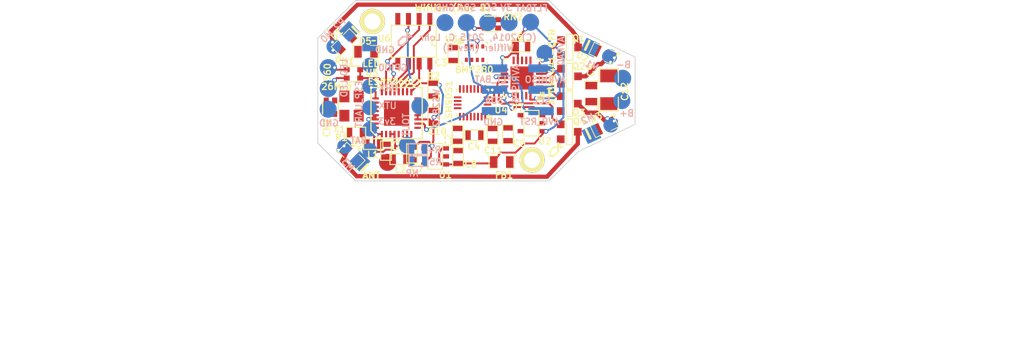
<source format=kicad_pcb>

(kicad_pcb
  (version 3)
  (host pcbnew "(2013-jul-07)-stable")
  (general
    (links 158)
    (no_connects 0)
    (area 29.820791 49.125999 107.28841 95.238)
    (thickness 1.6)
    (drawings 50)
    (tracks 998)
    (zones 0)
    (modules 61)
    (nets 41))
  (page User 139.7 139.7)
  (title_block
    (title Wiflier)
    (rev A))
  (layers
    (15 F.Cu signal)
    (0 B.Cu signal)
    (16 B.Adhes user)
    (17 F.Adhes user)
    (18 B.Paste user)
    (19 F.Paste user)
    (20 B.SilkS user)
    (21 F.SilkS user)
    (22 B.Mask user)
    (23 F.Mask user)
    (24 Dwgs.User user)
    (25 Cmts.User user)
    (26 Eco1.User user)
    (27 Eco2.User user)
    (28 Edge.Cuts user))
  (setup
    (last_trace_width 0.2286)
    (trace_clearance 0.19812)
    (zone_clearance 0.254)
    (zone_45_only no)
    (trace_min 0.01778)
    (segment_width 0.1524)
    (edge_width 0.1)
    (via_size 0.5588)
    (via_drill 0.3302)
    (via_min_size 0.5588)
    (via_min_drill 0.2032)
    (uvia_size 0.508)
    (uvia_drill 0.127)
    (uvias_allowed no)
    (uvia_min_size 0.01778)
    (uvia_min_drill 0.127)
    (pcb_text_width 0.1524)
    (pcb_text_size 0.762 0.762)
    (mod_edge_width 0.15)
    (mod_text_size 0.762 0.762)
    (mod_text_width 0.1524)
    (pad_size 0.5 0.35)
    (pad_drill 0)
    (pad_to_mask_clearance 0.06858)
    (pad_to_paste_clearance -0.0254)
    (aux_axis_origin 0 0)
    (visible_elements FFFFFFFF)
    (pcbplotparams
      (layerselection 284196865)
      (usegerberextensions true)
      (excludeedgelayer false)
      (linewidth 0.15)
      (plotframeref false)
      (viasonmask false)
      (mode 1)
      (useauxorigin false)
      (hpglpennumber 1)
      (hpglpenspeed 20)
      (hpglpendiameter 15)
      (hpglpenoverlay 2)
      (psnegative false)
      (psa4output false)
      (plotreference true)
      (plotvalue true)
      (plotothertext true)
      (plotinvisibletext false)
      (padsonsilk false)
      (subtractmaskfromsilk false)
      (outputformat 1)
      (mirror false)
      (drillshape 0)
      (scaleselection 1)
      (outputdirectory wiflierB)))
  (net 0 "")
  (net 1 +3.3V)
  (net 2 +3.3VP)
  (net 3 +BATT)
  (net 4 AVRMISO)
  (net 5 AVRRST)
  (net 6 AVRVCC)
  (net 7 DISABLELV3)
  (net 8 GND)
  (net 9 GP5)
  (net 10 GPIO0)
  (net 11 GPIO2)
  (net 12 M0P)
  (net 13 M1P)
  (net 14 M2P)
  (net 15 M3P)
  (net 16 MTR0)
  (net 17 MTR1)
  (net 18 MTR2)
  (net 19 MTR3)
  (net 20 N-0000015)
  (net 21 N-0000016)
  (net 22 N-0000017)
  (net 23 N-0000018)
  (net 24 N-0000019)
  (net 25 N-0000021)
  (net 26 N-0000023)
  (net 27 N-0000026)
  (net 28 N-0000035)
  (net 29 N-0000037)
  (net 30 N-0000039)
  (net 31 N-000004)
  (net 32 N-0000040)
  (net 33 N-0000042)
  (net 34 N-0000044)
  (net 35 N-0000049)
  (net 36 SCL)
  (net 37 SDA)
  (net 38 TOUT)
  (net 39 URX)
  (net 40 UTX)
  (net_class Default "This is the default net class."
    (clearance 0.19812)
    (trace_width 0.2286)
    (via_dia 0.5588)
    (via_drill 0.3302)
    (uvia_dia 0.508)
    (uvia_drill 0.127)
    (add_net "")
    (add_net +3.3V)
    (add_net +3.3VP)
    (add_net +BATT)
    (add_net AVRMISO)
    (add_net AVRRST)
    (add_net AVRVCC)
    (add_net DISABLELV3)
    (add_net GND)
    (add_net GP5)
    (add_net GPIO0)
    (add_net GPIO2)
    (add_net MTR0)
    (add_net MTR1)
    (add_net MTR2)
    (add_net MTR3)
    (add_net N-0000015)
    (add_net N-0000016)
    (add_net N-0000017)
    (add_net N-0000018)
    (add_net N-0000019)
    (add_net N-0000021)
    (add_net N-0000023)
    (add_net N-0000026)
    (add_net N-0000035)
    (add_net N-0000037)
    (add_net N-0000039)
    (add_net N-000004)
    (add_net N-0000040)
    (add_net N-0000042)
    (add_net N-0000044)
    (add_net N-0000049)
    (add_net SCL)
    (add_net SDA)
    (add_net TOUT)
    (add_net URX)
    (add_net UTX))
  (net_class MP ""
    (clearance 0.2286)
    (trace_width 0.508)
    (via_dia 0.5588)
    (via_drill 0.3302)
    (uvia_dia 0.508)
    (uvia_drill 0.127)
    (add_net M0P)
    (add_net M1P)
    (add_net M2P)
    (add_net M3P))
  (module QFN20
    (layer F.Cu)
    (tedit 556F1F2F)
    (tstamp 54D2AE15)
    (at 69.74332 58.41746 180)
    (path /54D2AD06)
    (fp_text reference U7
      (at 0.5334 -3.48742 180)
      (layer F.SilkS)
      (effects
        (font
          (size 0.762 0.762)
          (thickness 0.1524))))
    (fp_text value ATTINY441-QFN
      (at -3.58648 1.34366 270)
      (layer F.SilkS)
      (effects
        (font
          (size 0.762 0.762)
          (thickness 0.1524))))
    (fp_line
      (start -1.7 -2.6)
      (end -2.6 -2.6)
      (layer F.SilkS)
      (width 0.15))
    (fp_line
      (start -2.6 -2.6)
      (end -2.6 -1.7)
      (layer F.SilkS)
      (width 0.15))
    (fp_line
      (start -1.7 -2.4)
      (end -1.8 -2.4)
      (layer F.SilkS)
      (width 0.15))
    (fp_line
      (start -2.4 -1.7)
      (end -2.4 -2.4)
      (layer F.SilkS)
      (width 0.15))
    (fp_line
      (start -2.4 -2.4)
      (end -1.8 -2.4)
      (layer F.SilkS)
      (width 0.15))
    (fp_line
      (start -2.2 1.8)
      (end -2.2 2.3)
      (layer F.SilkS)
      (width 0.15))
    (fp_line
      (start -2.2 2.3)
      (end -1.7 2.3)
      (layer F.SilkS)
      (width 0.15))
    (fp_line
      (start 2.2 2.3)
      (end 1.7 2.3)
      (layer F.SilkS)
      (width 0.15))
    (fp_line
      (start 2.2 2.3)
      (end 2.2 1.8)
      (layer F.SilkS)
      (width 0.15))
    (fp_line
      (start 1.7 -2.2)
      (end 2.2 -2.2)
      (layer F.SilkS)
      (width 0.15))
    (fp_line
      (start 2.2 -2.2)
      (end 2.2 -1.7)
      (layer F.SilkS)
      (width 0.15))
    (fp_line
      (start -2.2 -2.2)
      (end -2.2 -1.7)
      (layer F.SilkS)
      (width 0.15))
    (fp_line
      (start -2.2 -2.2)
      (end -1.7 -2.2)
      (layer F.SilkS)
      (width 0.15))
    (pad 21 smd rect
      (at 0 0 180)
      (size 2.75 2.75)
      (layers F.Cu F.Paste F.Mask))
    (pad 1 smd rect
      (at -2.1 -1 180)
      (size 0.9 0.25)
      (layers F.Cu F.Paste F.Mask))
    (pad 2 smd rect
      (at -2.1 -0.5 180)
      (size 0.9 0.25)
      (layers F.Cu F.Paste F.Mask)
      (net 18 MTR2))
    (pad 3 smd rect
      (at -2.1 0 180)
      (size 0.9 0.25)
      (layers F.Cu F.Paste F.Mask)
      (net 17 MTR1))
    (pad 4 smd rect
      (at -2.1 0.5 180)
      (size 0.9 0.25)
      (layers F.Cu F.Paste F.Mask)
      (net 16 MTR0))
    (pad 5 smd rect
      (at -2.1 1 180)
      (size 0.9 0.25)
      (layers F.Cu F.Paste F.Mask)
      (net 28 N-0000035))
    (pad 6 smd rect
      (at -1 2.1 270)
      (size 0.9 0.25)
      (layers F.Cu F.Paste F.Mask))
    (pad 7 smd rect
      (at -0.5 2.1 270)
      (size 0.9 0.25)
      (layers F.Cu F.Paste F.Mask))
    (pad 8 smd rect
      (at 0 2.1 270)
      (size 0.9 0.25)
      (layers F.Cu F.Paste F.Mask))
    (pad 9 smd rect
      (at 0.5 2.1 270)
      (size 0.9 0.25)
      (layers F.Cu F.Paste F.Mask)
      (net 6 AVRVCC))
    (pad 10 smd rect
      (at 1 2.1 270)
      (size 0.9 0.25)
      (layers F.Cu F.Paste F.Mask))
    (pad 11 smd rect
      (at 2.1 1)
      (size 0.9 0.25)
      (layers F.Cu F.Paste F.Mask))
    (pad 12 smd rect
      (at 2.1 0.5)
      (size 0.9 0.25)
      (layers F.Cu F.Paste F.Mask))
    (pad 13 smd rect
      (at 2.1 0)
      (size 0.9 0.25)
      (layers F.Cu F.Paste F.Mask)
      (net 5 AVRRST))
    (pad 14 smd rect
      (at 2.1 -0.5)
      (size 0.9 0.25)
      (layers F.Cu F.Paste F.Mask)
      (net 19 MTR3))
    (pad 15 smd rect
      (at 2.1 -1)
      (size 0.9 0.25)
      (layers F.Cu F.Paste F.Mask)
      (net 7 DISABLELV3))
    (pad 16 smd rect
      (at 1 -2.1 90)
      (size 0.9 0.25)
      (layers F.Cu F.Paste F.Mask)
      (net 37 SDA))
    (pad 17 smd rect
      (at 0.5 -2.1 90)
      (size 0.9 0.25)
      (layers F.Cu F.Paste F.Mask))
    (pad 18 smd rect
      (at 0 -2.1 90)
      (size 0.9 0.25)
      (layers F.Cu F.Paste F.Mask))
    (pad 19 smd rect
      (at -0.5 -2.1 90)
      (size 0.9 0.25)
      (layers F.Cu F.Paste F.Mask))
    (pad 20 smd rect
      (at -1 -2.1 90)
      (size 0.9 0.25)
      (layers F.Cu F.Paste F.Mask)
      (net 4 AVRMISO)))
  (module RIBBON6SMT
    (layer B.Cu)
    (tedit 557B117A)
    (tstamp 54A256B2)
    (at 66.4718 57.27954 270)
    (path /54D2B64E)
    (fp_text reference J1
      (at -1.33604 -6.9469 360)
      (layer B.SilkS) hide
      (effects
        (font
          (size 0.762 0.762)
          (thickness 0.1524))
        (justify mirror)))
    (fp_text value AVRISP6
      (at 1.85166 -2.54 270)
      (layer B.SilkS)
      (effects
        (font
          (size 0.762 0.762)
          (thickness 0.1524))
        (justify mirror)))
    (pad 2 smd rect
      (at 0 0 270)
      (size 0.9652 3.0226)
      (layers B.Cu B.Paste B.Mask)
      (net 6 AVRVCC))
    (pad 4 smd rect
      (at 2.54 0 270)
      (size 0.9652 3.0226)
      (layers B.Cu B.Paste B.Mask))
    (pad 6 smd rect
      (at 5.08 0 270)
      (size 0.9652 3.0226)
      (layers B.Cu B.Paste B.Mask))
    (pad 1 smd rect
      (at 0 -5.5372 270)
      (size 0.9652 3.0226)
      (layers B.Cu B.Paste B.Mask)
      (net 4 AVRMISO))
    (pad 3 smd rect
      (at 2.54 -5.5372 270)
      (size 0.9652 3.0226)
      (layers B.Cu B.Paste B.Mask))
    (pad 5 smd rect
      (at 5.08 -5.5372 270)
      (size 0.9652 3.0226)
      (layers B.Cu B.Paste B.Mask)
      (net 5 AVRRST)))
  (module XTAL4P
    (layer F.Cu)
    (tedit 556F2137)
    (tstamp 54D42D43)
    (at 50.31486 60.61456 270)
    (path /54A196FB)
    (fp_text reference X1
      (at 3.90144 2.30886 360)
      (layer F.SilkS)
      (effects
        (font
          (size 0.762 0.762)
          (thickness 0.1524))))
    (fp_text value 26MHz
      (at -1.18094 2.56752 360)
      (layer F.SilkS)
      (effects
        (font
          (size 0.762 0.762)
          (thickness 0.1524))))
    (pad 4 smd rect
      (at 0 0 270)
      (size 1.397 1.1938)
      (layers F.Cu F.Paste F.Mask))
    (pad 1 smd rect
      (at 0 1.7018 270)
      (size 1.397 1.1938)
      (layers F.Cu F.Paste F.Mask))
    (pad 3 smd rect
      (at 2.286 1.7018 270)
      (size 1.397 1.1938)
      (layers F.Cu F.Paste F.Mask))
    (pad 2 smd rect
      (at 2.286 0 270)
      (size 1.397 1.1938)
      (layers F.Cu F.Paste F.Mask)))
  (module SOT23GDS
    (layer F.Cu)
    (tedit 54D38F9A)
    (tstamp 54D386EF)
    (at 75.3872 58.2168 90)
    (descr "Module CMS SOT23 Transistore EBC")
    (tags "CMS SOT")
    (path /54A1CC49)
    (attr smd)
    (fp_text reference Q2
      (at 1.1938 1.1176 180)
      (layer F.SilkS)
      (effects
        (font
          (size 0.762 0.762)
          (thickness 0.1524))))
    (fp_text value 7A_20V
      (at 0 0 90)
      (layer F.SilkS) hide
      (effects
        (font
          (size 0.762 0.762)
          (thickness 0.1524))))
    (fp_line
      (start -1.524 -0.381)
      (end 1.524 -0.381)
      (layer F.SilkS)
      (width 0.11938))
    (fp_line
      (start 1.524 -0.381)
      (end 1.524 0.381)
      (layer F.SilkS)
      (width 0.11938))
    (fp_line
      (start 1.524 0.381)
      (end -1.524 0.381)
      (layer F.SilkS)
      (width 0.11938))
    (fp_line
      (start -1.524 0.381)
      (end -1.524 -0.381)
      (layer F.SilkS)
      (width 0.11938))
    (pad S smd rect
      (at -0.889 -1.016 90)
      (size 0.9144 0.9144)
      (layers F.Cu F.Paste F.Mask))
    (pad G smd rect
      (at 0.889 -1.016 90)
      (size 0.9144 0.9144)
      (layers F.Cu F.Paste F.Mask)
      (net 17 MTR1))
    (pad D smd rect
      (at 0 1.016 90)
      (size 0.9144 0.9144)
      (layers F.Cu F.Paste F.Mask)
      (net 13 M1P))
    (model smd/cms_sot23.wrl
      (at
        (xyz 0 0 0))
      (scale
        (xyz 0.13 0.15 0.15))
      (rotate
        (xyz 0 0 0))))
  (module SOT23GDS
    (layer F.Cu)
    (tedit 54D38F9F)
    (tstamp 54A255A8)
    (at 75.39736 54.78272 90)
    (descr "Module CMS SOT23 Transistore EBC")
    (tags "CMS SOT")
    (path /54A1CC26)
    (attr smd)
    (fp_text reference Q1
      (at 1.08712 1.06934 180)
      (layer F.SilkS)
      (effects
        (font
          (size 0.762 0.762)
          (thickness 0.1524))))
    (fp_text value 7A_20V
      (at 0 0 90)
      (layer F.SilkS) hide
      (effects
        (font
          (size 0.762 0.762)
          (thickness 0.1524))))
    (fp_line
      (start -1.524 -0.381)
      (end 1.524 -0.381)
      (layer F.SilkS)
      (width 0.11938))
    (fp_line
      (start 1.524 -0.381)
      (end 1.524 0.381)
      (layer F.SilkS)
      (width 0.11938))
    (fp_line
      (start 1.524 0.381)
      (end -1.524 0.381)
      (layer F.SilkS)
      (width 0.11938))
    (fp_line
      (start -1.524 0.381)
      (end -1.524 -0.381)
      (layer F.SilkS)
      (width 0.11938))
    (pad S smd rect
      (at -0.889 -1.016 90)
      (size 0.9144 0.9144)
      (layers F.Cu F.Paste F.Mask))
    (pad G smd rect
      (at 0.889 -1.016 90)
      (size 0.9144 0.9144)
      (layers F.Cu F.Paste F.Mask)
      (net 16 MTR0))
    (pad D smd rect
      (at 0 1.016 90)
      (size 0.9144 0.9144)
      (layers F.Cu F.Paste F.Mask)
      (net 12 M0P))
    (model smd/cms_sot23.wrl
      (at
        (xyz 0 0 0))
      (scale
        (xyz 0.13 0.15 0.15))
      (rotate
        (xyz 0 0 0))))
  (module SOT23GDS
    (layer F.Cu)
    (tedit 5579E7B4)
    (tstamp 54D386E3)
    (at 75.3618 61.468 90)
    (descr "Module CMS SOT23 Transistore EBC")
    (tags "CMS SOT")
    (path /54A1CC7A)
    (attr smd)
    (fp_text reference Q3
      (at -1.09982 1.14554 180)
      (layer F.SilkS)
      (effects
        (font
          (size 0.762 0.762)
          (thickness 0.1524))))
    (fp_text value 7A_20V
      (at 0 0 90)
      (layer F.SilkS) hide
      (effects
        (font
          (size 0.762 0.762)
          (thickness 0.1524))))
    (fp_line
      (start -1.524 -0.381)
      (end 1.524 -0.381)
      (layer F.SilkS)
      (width 0.11938))
    (fp_line
      (start 1.524 -0.381)
      (end 1.524 0.381)
      (layer F.SilkS)
      (width 0.11938))
    (fp_line
      (start 1.524 0.381)
      (end -1.524 0.381)
      (layer F.SilkS)
      (width 0.11938))
    (fp_line
      (start -1.524 0.381)
      (end -1.524 -0.381)
      (layer F.SilkS)
      (width 0.11938))
    (pad S smd rect
      (at -0.889 -1.016 90)
      (size 0.9144 0.9144)
      (layers F.Cu F.Paste F.Mask))
    (pad G smd rect
      (at 0.889 -1.016 90)
      (size 0.9144 0.9144)
      (layers F.Cu F.Paste F.Mask)
      (net 18 MTR2))
    (pad D smd rect
      (at 0 1.016 90)
      (size 0.9144 0.9144)
      (layers F.Cu F.Paste F.Mask)
      (net 14 M2P))
    (model smd/cms_sot23.wrl
      (at
        (xyz 0 0 0))
      (scale
        (xyz 0.13 0.15 0.15))
      (rotate
        (xyz 0 0 0))))
  (module SOT23GDS
    (layer F.Cu)
    (tedit 54D38F98)
    (tstamp 54D386D7)
    (at 75.3618 64.8208 90)
    (descr "Module CMS SOT23 Transistore EBC")
    (tags "CMS SOT")
    (path /54A1CC80)
    (attr smd)
    (fp_text reference Q4
      (at 1.2192 1.1938 180)
      (layer F.SilkS)
      (effects
        (font
          (size 0.762 0.762)
          (thickness 0.1524))))
    (fp_text value 7A_20V
      (at 0 0 90)
      (layer F.SilkS) hide
      (effects
        (font
          (size 0.762 0.762)
          (thickness 0.1524))))
    (fp_line
      (start -1.524 -0.381)
      (end 1.524 -0.381)
      (layer F.SilkS)
      (width 0.11938))
    (fp_line
      (start 1.524 -0.381)
      (end 1.524 0.381)
      (layer F.SilkS)
      (width 0.11938))
    (fp_line
      (start 1.524 0.381)
      (end -1.524 0.381)
      (layer F.SilkS)
      (width 0.11938))
    (fp_line
      (start -1.524 0.381)
      (end -1.524 -0.381)
      (layer F.SilkS)
      (width 0.11938))
    (pad S smd rect
      (at -0.889 -1.016 90)
      (size 0.9144 0.9144)
      (layers F.Cu F.Paste F.Mask))
    (pad G smd rect
      (at 0.889 -1.016 90)
      (size 0.9144 0.9144)
      (layers F.Cu F.Paste F.Mask)
      (net 19 MTR3))
    (pad D smd rect
      (at 0 1.016 90)
      (size 0.9144 0.9144)
      (layers F.Cu F.Paste F.Mask)
      (net 15 M3P))
    (model smd/cms_sot23.wrl
      (at
        (xyz 0 0 0))
      (scale
        (xyz 0.13 0.15 0.15))
      (rotate
        (xyz 0 0 0))))
  (module SOT23-5
    (layer F.Cu)
    (tedit 54D446B3)
    (tstamp 54D44403)
    (at 70.8637 63.7965 90)
    (path /54A1BF25)
    (attr smd)
    (fp_text reference U2
      (at -2.1295 1.5803 180)
      (layer F.SilkS)
      (effects
        (font
          (size 0.762 0.762)
          (thickness 0.1524))))
    (fp_text value MCP1824/3.3
      (at 0 0 90)
      (layer F.SilkS) hide
      (effects
        (font
          (size 0.762 0.762)
          (thickness 0.1524))))
    (fp_line
      (start 1.524 -0.889)
      (end 1.524 0.889)
      (layer F.SilkS)
      (width 0.127))
    (fp_line
      (start 1.524 0.889)
      (end -1.524 0.889)
      (layer F.SilkS)
      (width 0.127))
    (fp_line
      (start -1.524 0.889)
      (end -1.524 -0.889)
      (layer F.SilkS)
      (width 0.127))
    (fp_line
      (start -1.524 -0.889)
      (end 1.524 -0.889)
      (layer F.SilkS)
      (width 0.127))
    (pad 1 smd rect
      (at -0.9525 1.27 90)
      (size 0.508 0.762)
      (layers F.Cu F.Paste F.Mask)
      (net 6 AVRVCC))
    (pad 3 smd rect
      (at 0.9525 1.27 90)
      (size 0.508 0.762)
      (layers F.Cu F.Paste F.Mask)
      (net 7 DISABLELV3))
    (pad 5 smd rect
      (at -0.9525 -1.27 90)
      (size 0.508 0.762)
      (layers F.Cu F.Paste F.Mask))
    (pad 2 smd rect
      (at 0 1.27 90)
      (size 0.508 0.762)
      (layers F.Cu F.Paste F.Mask))
    (pad 4 smd rect
      (at 0.9525 -1.27 90)
      (size 0.508 0.762)
      (layers F.Cu F.Paste F.Mask))
    (model smd/SOT23_5.wrl
      (at
        (xyz 0 0 0))
      (scale
        (xyz 0.1 0.1 0.1))
      (rotate
        (xyz 0 0 0))))
  (module SOT23-5
    (layer F.Cu)
    (tedit 556F19BE)
    (tstamp 54A255D8)
    (at 59.40552 67.75704 90)
    (path /54A1AD3D)
    (attr smd)
    (fp_text reference U1
      (at -2.18186 1.21158 180)
      (layer F.SilkS)
      (effects
        (font
          (size 0.762 0.762)
          (thickness 0.1524))))
    (fp_text value MCP1824/3.3
      (at -2.12598 3.1877 180)
      (layer F.SilkS) hide
      (effects
        (font
          (size 0.762 0.762)
          (thickness 0.1524))))
    (fp_line
      (start 1.524 -0.889)
      (end 1.524 0.889)
      (layer F.SilkS)
      (width 0.127))
    (fp_line
      (start 1.524 0.889)
      (end -1.524 0.889)
      (layer F.SilkS)
      (width 0.127))
    (fp_line
      (start -1.524 0.889)
      (end -1.524 -0.889)
      (layer F.SilkS)
      (width 0.127))
    (fp_line
      (start -1.524 -0.889)
      (end 1.524 -0.889)
      (layer F.SilkS)
      (width 0.127))
    (pad 1 smd rect
      (at -0.9525 1.27 90)
      (size 0.508 0.762)
      (layers F.Cu F.Paste F.Mask)
      (net 6 AVRVCC))
    (pad 3 smd rect
      (at 0.9525 1.27 90)
      (size 0.508 0.762)
      (layers F.Cu F.Paste F.Mask)
      (net 6 AVRVCC))
    (pad 5 smd rect
      (at -0.9525 -1.27 90)
      (size 0.508 0.762)
      (layers F.Cu F.Paste F.Mask)
      (net 1 +3.3V))
    (pad 2 smd rect
      (at 0 1.27 90)
      (size 0.508 0.762)
      (layers F.Cu F.Paste F.Mask))
    (pad 4 smd rect
      (at 0.9525 -1.27 90)
      (size 0.508 0.762)
      (layers F.Cu F.Paste F.Mask))
    (model smd/SOT23_5.wrl
      (at
        (xyz 0 0 0))
      (scale
        (xyz 0.1 0.1 0.1))
      (rotate
        (xyz 0 0 0))))
  (module SO8E
    (layer F.Cu)
    (tedit 557A78BF)
    (tstamp 54A255EC)
    (at 56.8706 54.04358 180)
    (descr "module CMS SOJ 8 pins etroit")
    (tags "CMS SOJ")
    (path /54A19351)
    (attr smd)
    (fp_text reference U6
      (at 3.5306 0.34798 180)
      (layer F.SilkS)
      (effects
        (font
          (size 0.762 0.762)
          (thickness 0.1524))))
    (fp_text value W25Q80DV
      (at -0.38356 0.189 180)
      (layer F.SilkS) hide
      (effects
        (font
          (size 0.762 0.762)
          (thickness 0.1524))))
    (fp_line
      (start -2.667 1.778)
      (end -2.667 1.905)
      (layer F.SilkS)
      (width 0.127))
    (fp_line
      (start -2.667 1.905)
      (end 2.667 1.905)
      (layer F.SilkS)
      (width 0.127))
    (fp_line
      (start 2.667 -1.905)
      (end -2.667 -1.905)
      (layer F.SilkS)
      (width 0.127))
    (fp_line
      (start -2.667 -1.905)
      (end -2.667 1.778)
      (layer F.SilkS)
      (width 0.127))
    (fp_line
      (start -2.667 -0.508)
      (end -2.159 -0.508)
      (layer F.SilkS)
      (width 0.127))
    (fp_line
      (start -2.159 -0.508)
      (end -2.159 0.508)
      (layer F.SilkS)
      (width 0.127))
    (fp_line
      (start -2.159 0.508)
      (end -2.667 0.508)
      (layer F.SilkS)
      (width 0.127))
    (fp_line
      (start 2.667 -1.905)
      (end 2.667 1.905)
      (layer F.SilkS)
      (width 0.127))
    (pad 8 smd rect
      (at -1.905 -2.667 180)
      (size 0.59944 1.39954)
      (layers F.Cu F.Paste F.Mask)
      (net 1 +3.3V))
    (pad 1 smd rect
      (at -1.905 2.667 180)
      (size 0.59944 1.39954)
      (layers F.Cu F.Paste F.Mask)
      (net 35 N-0000049))
    (pad 7 smd rect
      (at -0.635 -2.667 180)
      (size 0.59944 1.39954)
      (layers F.Cu F.Paste F.Mask)
      (net 23 N-0000018))
    (pad 6 smd rect
      (at 0.635 -2.667 180)
      (size 0.59944 1.39954)
      (layers F.Cu F.Paste F.Mask)
      (net 33 N-0000042))
    (pad 5 smd rect
      (at 1.905 -2.667 180)
      (size 0.59944 1.39954)
      (layers F.Cu F.Paste F.Mask)
      (net 34 N-0000044))
    (pad 2 smd rect
      (at -0.635 2.667 180)
      (size 0.59944 1.39954)
      (layers F.Cu F.Paste F.Mask)
      (net 21 N-0000016))
    (pad 3 smd rect
      (at 0.635 2.667 180)
      (size 0.59944 1.39954)
      (layers F.Cu F.Paste F.Mask)
      (net 22 N-0000017))
    (pad 4 smd rect
      (at 1.905 2.667 180)
      (size 0.59944 1.39954)
      (layers F.Cu F.Paste F.Mask))
    (model smd/cms_so8.wrl
      (at
        (xyz 0 0 0))
      (scale
        (xyz 0.5 0.32 0.5))
      (rotate
        (xyz 0 0 0))))
  (module SM1206
    (layer F.Cu)
    (tedit 5579E7D1)
    (tstamp 54A255F8)
    (at 80.0608 59.817 90)
    (path /54A1B79D)
    (attr smd)
    (fp_text reference C12
      (at -0.20828 1.905 90)
      (layer F.SilkS)
      (effects
        (font
          (size 0.762 0.762)
          (thickness 0.1524))))
    (fp_text value 100uF
      (at 0 0 90)
      (layer F.SilkS) hide
      (effects
        (font
          (size 0.762 0.762)
          (thickness 0.1524))))
    (fp_line
      (start -2.54 -1.143)
      (end -2.54 1.143)
      (layer F.SilkS)
      (width 0.127))
    (fp_line
      (start -2.54 1.143)
      (end -0.889 1.143)
      (layer F.SilkS)
      (width 0.127))
    (fp_line
      (start 0.889 -1.143)
      (end 2.54 -1.143)
      (layer F.SilkS)
      (width 0.127))
    (fp_line
      (start 2.54 -1.143)
      (end 2.54 1.143)
      (layer F.SilkS)
      (width 0.127))
    (fp_line
      (start 2.54 1.143)
      (end 0.889 1.143)
      (layer F.SilkS)
      (width 0.127))
    (fp_line
      (start -0.889 -1.143)
      (end -2.54 -1.143)
      (layer F.SilkS)
      (width 0.127))
    (pad 1 smd rect
      (at -1.651 0 90)
      (size 1.524 2.032)
      (layers F.Cu F.Paste F.Mask))
    (pad 2 smd rect
      (at 1.651 0 90)
      (size 1.524 2.032)
      (layers F.Cu F.Paste F.Mask))
    (model smd/chip_cms.wrl
      (at
        (xyz 0 0 0))
      (scale
        (xyz 0.17 0.16 0.16))
      (rotate
        (xyz 0 0 0))))
  (module SM0603
    (layer F.Cu)
    (tedit 55885405)
    (tstamp 558856FA)
    (at 55.17388 68.08978)
    (path /54A24CA4)
    (attr smd)
    (fp_text reference L2
      (at 0.0889 1.25476)
      (layer F.SilkS)
      (effects
        (font
          (size 0.762 0.762)
          (thickness 0.1524))))
    (fp_text value NP
      (at 0 0)
      (layer F.SilkS) hide
      (effects
        (font
          (size 0.762 0.762)
          (thickness 0.1524))))
    (fp_line
      (start -1.143 -0.635)
      (end 1.143 -0.635)
      (layer F.SilkS)
      (width 0.127))
    (fp_line
      (start 1.143 -0.635)
      (end 1.143 0.635)
      (layer F.SilkS)
      (width 0.127))
    (fp_line
      (start 1.143 0.635)
      (end -1.143 0.635)
      (layer F.SilkS)
      (width 0.127))
    (fp_line
      (start -1.143 0.635)
      (end -1.143 -0.635)
      (layer F.SilkS)
      (width 0.127))
    (pad 1 smd rect
      (at -0.762 0)
      (size 0.635 1.143)
      (layers F.Cu F.Paste F.Mask)
      (net 27 N-0000026))
    (pad 2 smd rect
      (at 0.762 0)
      (size 0.635 1.143)
      (layers F.Cu F.Paste F.Mask))
    (model smd\resistors\R0603.wrl
      (at
        (xyz 0 0 0.001))
      (scale
        (xyz 0.5 0.5 0.5))
      (rotate
        (xyz 0 0 0))))
  (module SM0603
    (layer F.Cu)
    (tedit 557A79D5)
    (tstamp 54A2562C)
    (at 64.08166 65.22974)
    (path /54A1C074)
    (attr smd)
    (fp_text reference C4
      (at -0.07366 1.35636)
      (layer F.SilkS)
      (effects
        (font
          (size 0.762 0.762)
          (thickness 0.1524))))
    (fp_text value .1u
      (at 0 0)
      (layer F.SilkS) hide
      (effects
        (font
          (size 0.762 0.762)
          (thickness 0.1524))))
    (fp_line
      (start -1.143 -0.635)
      (end 1.143 -0.635)
      (layer F.SilkS)
      (width 0.127))
    (fp_line
      (start 1.143 -0.635)
      (end 1.143 0.635)
      (layer F.SilkS)
      (width 0.127))
    (fp_line
      (start 1.143 0.635)
      (end -1.143 0.635)
      (layer F.SilkS)
      (width 0.127))
    (fp_line
      (start -1.143 0.635)
      (end -1.143 -0.635)
      (layer F.SilkS)
      (width 0.127))
    (pad 1 smd rect
      (at -0.762 0)
      (size 0.635 1.143)
      (layers F.Cu F.Paste F.Mask))
    (pad 2 smd rect
      (at 0.762 0)
      (size 0.635 1.143)
      (layers F.Cu F.Paste F.Mask))
    (model smd\resistors\R0603.wrl
      (at
        (xyz 0 0 0.001))
      (scale
        (xyz 0.5 0.5 0.5))
      (rotate
        (xyz 0 0 0))))
  (module SM0603
    (layer F.Cu)
    (tedit 55885E5C)
    (tstamp 5579C359)
    (at 61.54674 55.56504 90)
    (path /54A1BB6C)
    (attr smd)
    (fp_text reference C3
      (at -1.02616 -1.45796 180)
      (layer F.SilkS)
      (effects
        (font
          (size 0.762 0.762)
          (thickness 0.1524))))
    (fp_text value 1u
      (at 0 0 90)
      (layer F.SilkS) hide
      (effects
        (font
          (size 0.762 0.762)
          (thickness 0.1524))))
    (fp_line
      (start -1.143 -0.635)
      (end 1.143 -0.635)
      (layer F.SilkS)
      (width 0.127))
    (fp_line
      (start 1.143 -0.635)
      (end 1.143 0.635)
      (layer F.SilkS)
      (width 0.127))
    (fp_line
      (start 1.143 0.635)
      (end -1.143 0.635)
      (layer F.SilkS)
      (width 0.127))
    (fp_line
      (start -1.143 0.635)
      (end -1.143 -0.635)
      (layer F.SilkS)
      (width 0.127))
    (pad 1 smd rect
      (at -0.762 0 90)
      (size 0.635 1.143)
      (layers F.Cu F.Paste F.Mask))
    (pad 2 smd rect
      (at 0.762 0 90)
      (size 0.635 1.143)
      (layers F.Cu F.Paste F.Mask))
    (model smd\resistors\R0603.wrl
      (at
        (xyz 0 0 0.001))
      (scale
        (xyz 0.5 0.5 0.5))
      (rotate
        (xyz 0 0 0))))
  (module SM0603
    (layer F.Cu)
    (tedit 55887711)
    (tstamp 54A25640)
    (at 62.08776 65.18656 90)
    (path /54A1B986)
    (attr smd)
    (fp_text reference C2
      (at -0.6731 -1.08966 90)
      (layer F.SilkS)
      (effects
        (font
          (size 0.762 0.762)
          (thickness 0.1524))))
    (fp_text value 10nF
      (at 0 0 90)
      (layer F.SilkS) hide
      (effects
        (font
          (size 0.762 0.762)
          (thickness 0.1524))))
    (fp_line
      (start -1.143 -0.635)
      (end 1.143 -0.635)
      (layer F.SilkS)
      (width 0.127))
    (fp_line
      (start 1.143 -0.635)
      (end 1.143 0.635)
      (layer F.SilkS)
      (width 0.127))
    (fp_line
      (start 1.143 0.635)
      (end -1.143 0.635)
      (layer F.SilkS)
      (width 0.127))
    (fp_line
      (start -1.143 0.635)
      (end -1.143 -0.635)
      (layer F.SilkS)
      (width 0.127))
    (pad 1 smd rect
      (at -0.762 0 90)
      (size 0.635 1.143)
      (layers F.Cu F.Paste F.Mask))
    (pad 2 smd rect
      (at 0.762 0 90)
      (size 0.635 1.143)
      (layers F.Cu F.Paste F.Mask))
    (model smd\resistors\R0603.wrl
      (at
        (xyz 0 0 0.001))
      (scale
        (xyz 0.5 0.5 0.5))
      (rotate
        (xyz 0 0 0))))
  (module SM0603
    (layer F.Cu)
    (tedit 5588767D)
    (tstamp 54A25654)
    (at 68.07708 65.12052 270)
    (path /54A1CC50)
    (attr smd)
    (fp_text reference C5
      (at 1.09728 -1.37922 360)
      (layer F.SilkS)
      (effects
        (font
          (size 0.762 0.762)
          (thickness 0.1524))))
    (fp_text value .1u
      (at 0 0 270)
      (layer F.SilkS) hide
      (effects
        (font
          (size 0.762 0.762)
          (thickness 0.1524))))
    (fp_line
      (start -1.143 -0.635)
      (end 1.143 -0.635)
      (layer F.SilkS)
      (width 0.127))
    (fp_line
      (start 1.143 -0.635)
      (end 1.143 0.635)
      (layer F.SilkS)
      (width 0.127))
    (fp_line
      (start 1.143 0.635)
      (end -1.143 0.635)
      (layer F.SilkS)
      (width 0.127))
    (fp_line
      (start -1.143 0.635)
      (end -1.143 -0.635)
      (layer F.SilkS)
      (width 0.127))
    (pad 1 smd rect
      (at -0.762 0 270)
      (size 0.635 1.143)
      (layers F.Cu F.Paste F.Mask))
    (pad 2 smd rect
      (at 0.762 0 270)
      (size 0.635 1.143)
      (layers F.Cu F.Paste F.Mask))
    (model smd\resistors\R0603.wrl
      (at
        (xyz 0 0 0.001))
      (scale
        (xyz 0.5 0.5 0.5))
      (rotate
        (xyz 0 0 0))))
  (module SM0603
    (layer F.Cu)
    (tedit 557A79B4)
    (tstamp 54A2565E)
    (at 69.64426 54.68112 180)
    (path /54A21727)
    (attr smd)
    (fp_text reference C6
      (at 0.48514 1.19634 180)
      (layer F.SilkS)
      (effects
        (font
          (size 0.762 0.762)
          (thickness 0.1524))))
    (fp_text value 1u
      (at 0 0 180)
      (layer F.SilkS) hide
      (effects
        (font
          (size 0.762 0.762)
          (thickness 0.1524))))
    (fp_line
      (start -1.143 -0.635)
      (end 1.143 -0.635)
      (layer F.SilkS)
      (width 0.127))
    (fp_line
      (start 1.143 -0.635)
      (end 1.143 0.635)
      (layer F.SilkS)
      (width 0.127))
    (fp_line
      (start 1.143 0.635)
      (end -1.143 0.635)
      (layer F.SilkS)
      (width 0.127))
    (fp_line
      (start -1.143 0.635)
      (end -1.143 -0.635)
      (layer F.SilkS)
      (width 0.127))
    (pad 1 smd rect
      (at -0.762 0 180)
      (size 0.635 1.143)
      (layers F.Cu F.Paste F.Mask))
    (pad 2 smd rect
      (at 0.762 0 180)
      (size 0.635 1.143)
      (layers F.Cu F.Paste F.Mask)
      (net 6 AVRVCC))
    (model smd\resistors\R0603.wrl
      (at
        (xyz 0 0 0.001))
      (scale
        (xyz 0.5 0.5 0.5))
      (rotate
        (xyz 0 0 0))))
  (module SM0603
    (layer F.Cu)
    (tedit 557A79D2)
    (tstamp 54A25668)
    (at 66.24066 65.19164 270)
    (path /54A1BF47)
    (attr smd)
    (fp_text reference C11
      (at 1.83896 -0.07874 360)
      (layer F.SilkS)
      (effects
        (font
          (size 0.762 0.762)
          (thickness 0.1524))))
    (fp_text value 10uF
      (at 0 0 270)
      (layer F.SilkS) hide
      (effects
        (font
          (size 0.762 0.762)
          (thickness 0.1524))))
    (fp_line
      (start -1.143 -0.635)
      (end 1.143 -0.635)
      (layer F.SilkS)
      (width 0.127))
    (fp_line
      (start 1.143 -0.635)
      (end 1.143 0.635)
      (layer F.SilkS)
      (width 0.127))
    (fp_line
      (start 1.143 0.635)
      (end -1.143 0.635)
      (layer F.SilkS)
      (width 0.127))
    (fp_line
      (start -1.143 0.635)
      (end -1.143 -0.635)
      (layer F.SilkS)
      (width 0.127))
    (pad 1 smd rect
      (at -0.762 0 270)
      (size 0.635 1.143)
      (layers F.Cu F.Paste F.Mask))
    (pad 2 smd rect
      (at 0.762 0 270)
      (size 0.635 1.143)
      (layers F.Cu F.Paste F.Mask))
    (model smd\resistors\R0603.wrl
      (at
        (xyz 0 0 0.001))
      (scale
        (xyz 0.5 0.5 0.5))
      (rotate
        (xyz 0 0 0))))
  (module SM0603
    (layer F.Cu)
    (tedit 558853C1)
    (tstamp 54D42CF6)
    (at 52.03952 66.28892 180)
    (path /54A24F6F)
    (attr smd)
    (fp_text reference L1
      (at 0.04064 -1.26492 180)
      (layer F.SilkS)
      (effects
        (font
          (size 0.762 0.762)
          (thickness 0.1524))))
    (fp_text value NP
      (at -0.15494 -1.02108 180)
      (layer F.SilkS) hide
      (effects
        (font
          (size 0.762 0.762)
          (thickness 0.1524))))
    (fp_line
      (start -1.143 -0.635)
      (end 1.143 -0.635)
      (layer F.SilkS)
      (width 0.127))
    (fp_line
      (start 1.143 -0.635)
      (end 1.143 0.635)
      (layer F.SilkS)
      (width 0.127))
    (fp_line
      (start 1.143 0.635)
      (end -1.143 0.635)
      (layer F.SilkS)
      (width 0.127))
    (fp_line
      (start -1.143 0.635)
      (end -1.143 -0.635)
      (layer F.SilkS)
      (width 0.127))
    (pad 1 smd rect
      (at -0.762 0 180)
      (size 0.635 1.143)
      (layers F.Cu F.Paste F.Mask)
      (net 31 N-000004))
    (pad 2 smd rect
      (at 0.762 0 180)
      (size 0.635 1.143)
      (layers F.Cu F.Paste F.Mask))
    (model smd\resistors\R0603.wrl
      (at
        (xyz 0 0 0.001))
      (scale
        (xyz 0.5 0.5 0.5))
      (rotate
        (xyz 0 0 0))))
  (module SM0603
    (layer F.Cu)
    (tedit 5588770E)
    (tstamp 54A2567C)
    (at 59.19978 63.03772 90)
    (path /54A1B797)
    (attr smd)
    (fp_text reference C10
      (at -1.74752 0.4699 180)
      (layer F.SilkS)
      (effects
        (font
          (size 0.762 0.762)
          (thickness 0.1524))))
    (fp_text value 10uF
      (at 0 0 90)
      (layer F.SilkS) hide
      (effects
        (font
          (size 0.762 0.762)
          (thickness 0.1524))))
    (fp_line
      (start -1.143 -0.635)
      (end 1.143 -0.635)
      (layer F.SilkS)
      (width 0.127))
    (fp_line
      (start 1.143 -0.635)
      (end 1.143 0.635)
      (layer F.SilkS)
      (width 0.127))
    (fp_line
      (start 1.143 0.635)
      (end -1.143 0.635)
      (layer F.SilkS)
      (width 0.127))
    (fp_line
      (start -1.143 0.635)
      (end -1.143 -0.635)
      (layer F.SilkS)
      (width 0.127))
    (pad 1 smd rect
      (at -0.762 0 90)
      (size 0.635 1.143)
      (layers F.Cu F.Paste F.Mask)
      (net 1 +3.3V))
    (pad 2 smd rect
      (at 0.762 0 90)
      (size 0.635 1.143)
      (layers F.Cu F.Paste F.Mask))
    (model smd\resistors\R0603.wrl
      (at
        (xyz 0 0 0.001))
      (scale
        (xyz 0.5 0.5 0.5))
      (rotate
        (xyz 0 0 0))))
  (module SM0603
    (layer F.Cu)
    (tedit 5579E5D0)
    (tstamp 54A25686)
    (at 62.13348 67.82562 90)
    (path /54A1B774)
    (attr smd)
    (fp_text reference C8
      (at -0.89408 1.50622 180)
      (layer F.SilkS)
      (effects
        (font
          (size 0.762 0.762)
          (thickness 0.1524))))
    (fp_text value 10uF
      (at 0 0 90)
      (layer F.SilkS) hide
      (effects
        (font
          (size 0.762 0.762)
          (thickness 0.1524))))
    (fp_line
      (start -1.143 -0.635)
      (end 1.143 -0.635)
      (layer F.SilkS)
      (width 0.127))
    (fp_line
      (start 1.143 -0.635)
      (end 1.143 0.635)
      (layer F.SilkS)
      (width 0.127))
    (fp_line
      (start 1.143 0.635)
      (end -1.143 0.635)
      (layer F.SilkS)
      (width 0.127))
    (fp_line
      (start -1.143 0.635)
      (end -1.143 -0.635)
      (layer F.SilkS)
      (width 0.127))
    (pad 1 smd rect
      (at -0.762 0 90)
      (size 0.635 1.143)
      (layers F.Cu F.Paste F.Mask)
      (net 6 AVRVCC))
    (pad 2 smd rect
      (at 0.762 0 90)
      (size 0.635 1.143)
      (layers F.Cu F.Paste F.Mask))
    (model smd\resistors\R0603.wrl
      (at
        (xyz 0 0 0.001))
      (scale
        (xyz 0.5 0.5 0.5))
      (rotate
        (xyz 0 0 0))))
  (module SM0603
    (layer F.Cu)
    (tedit 558853C8)
    (tstamp 54D42D1E)
    (at 53.56098 67.07124 270)
    (path /54A249DB)
    (attr smd)
    (fp_text reference C1
      (at -0.6858 -1.16586 270)
      (layer F.SilkS)
      (effects
        (font
          (size 0.762 0.762)
          (thickness 0.1524))))
    (fp_text value 5.6pF
      (at 0 0 270)
      (layer F.SilkS) hide
      (effects
        (font
          (size 0.762 0.762)
          (thickness 0.1524))))
    (fp_line
      (start -1.143 -0.635)
      (end 1.143 -0.635)
      (layer F.SilkS)
      (width 0.127))
    (fp_line
      (start 1.143 -0.635)
      (end 1.143 0.635)
      (layer F.SilkS)
      (width 0.127))
    (fp_line
      (start 1.143 0.635)
      (end -1.143 0.635)
      (layer F.SilkS)
      (width 0.127))
    (fp_line
      (start -1.143 0.635)
      (end -1.143 -0.635)
      (layer F.SilkS)
      (width 0.127))
    (pad 1 smd rect
      (at -0.762 0 270)
      (size 0.635 1.143)
      (layers F.Cu F.Paste F.Mask)
      (net 31 N-000004))
    (pad 2 smd rect
      (at 0.762 0 270)
      (size 0.635 1.143)
      (layers F.Cu F.Paste F.Mask)
      (net 27 N-0000026))
    (model smd\resistors\R0603.wrl
      (at
        (xyz 0 0 0.001))
      (scale
        (xyz 0.5 0.5 0.5))
      (rotate
        (xyz 0 0 0))))
  (module QFN32
    (layer F.Cu)
    (tedit 55885742)
    (tstamp 54D44445)
    (at 54.8237 62.5972 90)
    (descr "Support CMS Plcc 32 pins")
    (tags "CMS Plcc")
    (path /54A176B1)
    (attr smd)
    (fp_text reference U5
      (at 4.79442 -2.92388 180)
      (layer F.SilkS)
      (effects
        (font
          (size 0.762 0.762)
          (thickness 0.1524))))
    (fp_text value ESP8266EX
      (at 3.74032 -0.17306 180)
      (layer F.SilkS)
      (effects
        (font
          (size 0.762 0.762)
          (thickness 0.1524))))
    (fp_line
      (start -2.0955 -3.048)
      (end 2.0955 -3.048)
      (layer F.SilkS)
      (width 0.1524))
    (fp_line
      (start 2.0955 -3.048)
      (end 3.048 -3.048)
      (layer F.SilkS)
      (width 0.1524))
    (fp_line
      (start 3.048 -3.048)
      (end 3.048 3.048)
      (layer F.SilkS)
      (width 0.1524))
    (fp_line
      (start 3.048 3.048)
      (end -3.048 3.048)
      (layer F.SilkS)
      (width 0.1524))
    (fp_line
      (start -3.048 3.048)
      (end -3.048 -2.0955)
      (layer F.SilkS)
      (width 0.1524))
    (fp_line
      (start -3.048 -2.0955)
      (end -2.0955 -3.048)
      (layer F.SilkS)
      (width 0.1524))
    (pad 31 smd rect
      (at -1.24968 -2.49936 90)
      (size 0.254 0.762)
      (layers F.Cu F.Paste F.Mask))
    (pad 30 smd rect
      (at -0.7493 -2.49936 90)
      (size 0.254 0.762)
      (layers F.Cu F.Paste F.Mask)
      (net 1 +3.3V))
    (pad 29 smd rect
      (at -0.24892 -2.49936 90)
      (size 0.254 0.762)
      (layers F.Cu F.Paste F.Mask)
      (net 1 +3.3V))
    (pad 32 smd rect
      (at -1.75006 -2.49936 90)
      (size 0.254 0.762)
      (layers F.Cu F.Paste F.Mask))
    (pad 1 smd rect
      (at -2.49936 -1.75006 180)
      (size 0.254 0.762)
      (layers F.Cu F.Paste F.Mask)
      (net 1 +3.3V))
    (pad 2 smd rect
      (at -2.49936 -1.24968 180)
      (size 0.254 0.762)
      (layers F.Cu F.Paste F.Mask))
    (pad 3 smd rect
      (at -2.49936 -0.7493 180)
      (size 0.254 0.762)
      (layers F.Cu F.Paste F.Mask)
      (net 1 +3.3V))
    (pad 4 smd rect
      (at -2.49936 -0.24892 180)
      (size 0.254 0.762)
      (layers F.Cu F.Paste F.Mask)
      (net 1 +3.3V))
    (pad 5 smd rect
      (at -2.49936 0.24892 180)
      (size 0.254 0.762)
      (layers F.Cu F.Paste F.Mask))
    (pad 6 smd rect
      (at -2.49936 0.7493 180)
      (size 0.254 0.762)
      (layers F.Cu F.Paste F.Mask))
    (pad 7 smd rect
      (at -2.49936 1.24968 180)
      (size 0.254 0.762)
      (layers F.Cu F.Paste F.Mask)
      (net 1 +3.3V))
    (pad 8 smd rect
      (at -2.49936 1.75006 180)
      (size 0.254 0.762)
      (layers F.Cu F.Paste F.Mask))
    (pad 16 smd rect
      (at 1.75006 2.49936 90)
      (size 0.254 0.762)
      (layers F.Cu F.Paste F.Mask))
    (pad 9 smd rect
      (at -1.75006 2.49936 90)
      (size 0.254 0.762)
      (layers F.Cu F.Paste F.Mask))
    (pad 10 smd rect
      (at -1.24968 2.49936 90)
      (size 0.254 0.762)
      (layers F.Cu F.Paste F.Mask)
      (net 37 SDA))
    (pad 11 smd rect
      (at -0.7493 2.49936 90)
      (size 0.254 0.762)
      (layers F.Cu F.Paste F.Mask)
      (net 1 +3.3V))
    (pad 12 smd rect
      (at -0.24892 2.49936 90)
      (size 0.254 0.762)
      (layers F.Cu F.Paste F.Mask)
      (net 1 +3.3V))
    (pad 13 smd rect
      (at 0.24892 2.49936 90)
      (size 0.254 0.762)
      (layers F.Cu F.Paste F.Mask))
    (pad 14 smd rect
      (at 0.7493 2.49936 90)
      (size 0.254 0.762)
      (layers F.Cu F.Paste F.Mask))
    (pad 15 smd rect
      (at 1.24968 2.49936 90)
      (size 0.254 0.762)
      (layers F.Cu F.Paste F.Mask))
    (pad 17 smd rect
      (at 2.49936 1.75006 180)
      (size 0.254 0.762)
      (layers F.Cu F.Paste F.Mask)
      (net 1 +3.3V))
    (pad 18 smd rect
      (at 2.49936 1.24968 180)
      (size 0.254 0.762)
      (layers F.Cu F.Paste F.Mask)
      (net 23 N-0000018))
    (pad 19 smd rect
      (at 2.49936 0.7493 180)
      (size 0.254 0.762)
      (layers F.Cu F.Paste F.Mask)
      (net 22 N-0000017))
    (pad 20 smd rect
      (at 2.49936 0.24892 180)
      (size 0.254 0.762)
      (layers F.Cu F.Paste F.Mask)
      (net 35 N-0000049))
    (pad 21 smd rect
      (at 2.49936 -0.24892 180)
      (size 0.254 0.762)
      (layers F.Cu F.Paste F.Mask)
      (net 33 N-0000042))
    (pad 22 smd rect
      (at 2.49936 -0.7493 180)
      (size 0.254 0.762)
      (layers F.Cu F.Paste F.Mask)
      (net 21 N-0000016))
    (pad 23 smd rect
      (at 2.49936 -1.24968 180)
      (size 0.254 0.762)
      (layers F.Cu F.Paste F.Mask)
      (net 34 N-0000044))
    (pad 24 smd rect
      (at 2.49936 -1.75006 180)
      (size 0.254 0.762)
      (layers F.Cu F.Paste F.Mask)
      (net 9 GP5))
    (pad 25 smd rect
      (at 1.75006 -2.49936 90)
      (size 0.254 0.762)
      (layers F.Cu F.Paste F.Mask)
      (net 39 URX))
    (pad 26 smd rect
      (at 1.24968 -2.49936 90)
      (size 0.254 0.762)
      (layers F.Cu F.Paste F.Mask))
    (pad 27 smd rect
      (at 0.7493 -2.49936 90)
      (size 0.254 0.762)
      (layers F.Cu F.Paste F.Mask))
    (pad 28 smd rect
      (at 0.24892 -2.49936 90)
      (size 0.254 0.762)
      (layers F.Cu F.Paste F.Mask))
    (pad 33 smd rect
      (at 0 0 90)
      (size 2.99974 2.99974)
      (layers F.Cu F.Paste F.Mask)))
  (module NETWORK0606
    (layer F.Cu)
    (tedit 556F1881)
    (tstamp 54D42D34)
    (at 46.95444 61.89472 90)
    (path /54A1981C)
    (fp_text reference CN1
      (at -2.42824 -0.4191 90)
      (layer F.SilkS)
      (effects
        (font
          (size 0.762 0.762)
          (thickness 0.1524))))
    (fp_text value 10p
      (at -0.29972 1.5202 90)
      (layer F.SilkS) hide
      (effects
        (font
          (size 0.762 0.762)
          (thickness 0.1524))))
    (fp_line
      (start 0.8 -0.93)
      (end -0.8 -0.93)
      (layer F.SilkS)
      (width 0.15))
    (fp_line
      (start -0.78 0.93)
      (end 0.82 0.93)
      (layer F.SilkS)
      (width 0.15))
    (pad 1 smd rect
      (at -0.8 -0.5 90)
      (size 0.7 0.6)
      (layers F.Cu F.Paste F.Mask))
    (pad 2 smd rect
      (at 0.8 -0.5 90)
      (size 0.7 0.6)
      (layers F.Cu F.Paste F.Mask))
    (pad 3 smd rect
      (at -0.8 0.5 90)
      (size 0.7 0.6)
      (layers F.Cu F.Paste F.Mask))
    (pad 4 smd rect
      (at 0.8 0.5 90)
      (size 0.7 0.6)
      (layers F.Cu F.Paste F.Mask)))
  (module SMT_1x6
    (layer B.Cu)
    (tedit 557B12CF)
    (tstamp 54A2569F)
    (at 51.6255 60.6933 270)
    (path /54A25539)
    (fp_text reference P32
      (at -4.258 -2.9909 270)
      (layer B.SilkS) hide
      (effects
        (font
          (size 0.762 0.762)
          (thickness 0.1524))
        (justify mirror)))
    (fp_text value ESP_UART
      (at 0.84328 1.29032 270)
      (layer B.SilkS)
      (effects
        (font
          (size 0.762 0.762)
          (thickness 0.1524))
        (justify mirror)))
    (pad 1 smd rect
      (at -6.35 0 270)
      (size 1.778 1.778)
      (layers B.Cu B.Paste B.Mask))
    (pad 2 smd circle
      (at -3.81 0 270)
      (size 1.778 1.778)
      (layers B.Cu B.Paste B.Mask))
    (pad 3 smd circle
      (at -1.27 0 270)
      (size 1.778 1.778)
      (layers B.Cu B.Paste B.Mask)
      (net 39 URX))
    (pad 4 smd circle
      (at 1.27 0 270)
      (size 1.778 1.778)
      (layers B.Cu B.Paste B.Mask))
    (pad 5 smd circle
      (at 3.81 0 270)
      (size 1.778 1.778)
      (layers B.Cu B.Paste B.Mask))
    (pad 6 smd circle
      (at 6.35 0 270)
      (size 1.778 1.778)
      (layers B.Cu B.Paste B.Mask)))
  (module SMT_1x2
    (layer B.Cu)
    (tedit 5568BEC4)
    (tstamp 54A1CD00)
    (at 48.26508 53.76672 225)
    (path /54A1DE47)
    (fp_text reference P2
      (at -1.099183 1.390144 225)
      (layer B.SilkS)
      (effects
        (font
          (size 0.762 0.762)
          (thickness 0.1524))
        (justify mirror)))
    (fp_text value M0
      (at 1.003993 1.438637 225)
      (layer B.SilkS)
      (effects
        (font
          (size 0.762 0.762)
          (thickness 0.1524))
        (justify mirror)))
    (pad 1 smd rect
      (at -1.27 0 225)
      (size 1.778 1.778)
      (layers B.Cu B.Paste B.Mask))
    (pad 2 smd circle
      (at 1.27 0 225)
      (size 1.778 1.778)
      (layers B.Cu B.Paste B.Mask)))
  (module SMT_1x2
    (layer B.Cu)
    (tedit 557B1213)
    (tstamp 54A1CD06)
    (at 78.99654 55.33136 335)
    (path /54A1DE65)
    (fp_text reference P3
      (at -0.288904 1.476426 335)
      (layer B.SilkS) hide
      (effects
        (font
          (size 0.762 0.762)
          (thickness 0.1524))
        (justify mirror)))
    (fp_text value M1
      (at -0.181906 1.844116 335)
      (layer B.SilkS)
      (effects
        (font
          (size 0.762 0.762)
          (thickness 0.1524))
        (justify mirror)))
    (pad 1 smd rect
      (at -1.27 0 335)
      (size 1.778 1.778)
      (layers B.Cu B.Paste B.Mask))
    (pad 2 smd circle
      (at 1.27 0 335)
      (size 1.778 1.778)
      (layers B.Cu B.Paste B.Mask)))
  (module SMT_1x2
    (layer B.Cu)
    (tedit 54D42B73)
    (tstamp 54A1CD0C)
    (at 79.15656 64.55918 25)
    (path /54A1DE77)
    (fp_text reference P4
      (at -0.892123 -1.500602 25)
      (layer B.SilkS) hide
      (effects
        (font
          (size 0.762 0.762)
          (thickness 0.1524))
        (justify mirror)))
    (fp_text value M2
      (at -0.913549 -1.827285 25)
      (layer B.SilkS)
      (effects
        (font
          (size 0.762 0.762)
          (thickness 0.1524))
        (justify mirror)))
    (pad 1 smd rect
      (at -1.27 0 25)
      (size 1.778 1.778)
      (layers B.Cu B.Paste B.Mask))
    (pad 2 smd circle
      (at 1.27 0 25)
      (size 1.778 1.778)
      (layers B.Cu B.Paste B.Mask)))
  (module SMT_1x2
    (layer B.Cu)
    (tedit 5568B999)
    (tstamp 54D42D13)
    (at 49.55032 67.4497 135)
    (path /54A1DE89)
    (fp_text reference P5
      (at -3.349211 0.759645 135)
      (layer B.SilkS) hide
      (effects
        (font
          (size 0.762 0.762)
          (thickness 0.1524))
        (justify mirror)))
    (fp_text value M3
      (at -0.562164 -1.269808 135)
      (layer B.SilkS)
      (effects
        (font
          (size 0.762 0.762)
          (thickness 0.1524))
        (justify mirror)))
    (pad 1 smd rect
      (at -1.27 0 135)
      (size 1.778 1.778)
      (layers B.Cu B.Paste B.Mask))
    (pad 2 smd circle
      (at 1.27 0 135)
      (size 1.778 1.778)
      (layers B.Cu B.Paste B.Mask)))
  (module .1SMTPIN
    (layer B.Cu)
    (tedit 54D42B55)
    (tstamp 54A25783)
    (at 81.7118 58.4454)
    (path /54A20105)
    (fp_text reference P24
      (at 0.0038 -0.0609 90)
      (layer B.SilkS) hide
      (effects
        (font
          (size 0.762 0.762)
          (thickness 0.1524))
        (justify mirror)))
    (fp_text value B-
      (at 0.12192 -1.61036)
      (layer B.SilkS)
      (effects
        (font
          (size 0.762 0.762)
          (thickness 0.1524))
        (justify mirror)))
    (pad 1 smd circle
      (at 0 0)
      (size 2.032 2.032)
      (layers B.Cu B.Paste B.Mask)))
  (module .1SMTPIN
    (layer B.Cu)
    (tedit 54D42B59)
    (tstamp 54A2582B)
    (at 81.6102 61.1124)
    (path /54A200D8)
    (fp_text reference P21
      (at 0.6974 1.85538 270)
      (layer B.SilkS) hide
      (effects
        (font
          (size 0.762 0.762)
          (thickness 0.1524))
        (justify mirror)))
    (fp_text value B+
      (at 0.57912 1.50114)
      (layer B.SilkS)
      (effects
        (font
          (size 0.762 0.762)
          (thickness 0.1524))
        (justify mirror)))
    (pad 1 smd circle
      (at 0 0)
      (size 2.032 2.032)
      (layers B.Cu B.Paste B.Mask)))
  (module .1SMTPIN
    (layer B.Cu)
    (tedit 54D463F8)
    (tstamp 54A1CE58)
    (at 57.59704 61.75756)
    (path /54A1E197)
    (fp_text reference P1
      (at 0 0)
      (layer B.SilkS) hide
      (effects
        (font
          (size 0.762 0.762)
          (thickness 0.1524))
        (justify mirror)))
    (fp_text value WS2812
      (at 1.97358 0.21844 90)
      (layer B.SilkS)
      (effects
        (font
          (size 0.762 0.762)
          (thickness 0.1524))
        (justify mirror)))
    (pad 1 smd circle
      (at 0 0)
      (size 2.032 2.032)
      (layers B.Cu B.Paste B.Mask)))
  (module HOLE-1.9MM
    (layer F.Cu)
    (tedit 54A2C2E9)
    (tstamp 54D44487)
    (at 51.944 51.676)
    (path /54A2C4ED)
    (fp_text reference P7
      (at 0 0)
      (layer F.SilkS) hide
      (effects
        (font
          (size 0.762 0.762)
          (thickness 0.1524))))
    (fp_text value ~
      (at 0 0)
      (layer F.SilkS) hide
      (effects
        (font
          (size 0.762 0.762)
          (thickness 0.1524))))
    (pad 1 thru_hole circle
      (at 0 0)
      (size 3 3)
      (drill 1.9)
      (layers *.Cu *.Mask F.SilkS)))
  (module HOLE-1.9MM
    (layer F.Cu)
    (tedit 54A2C2E9)
    (tstamp 54D442E6)
    (at 70.944 68.176)
    (path /54A2C4F3)
    (fp_text reference P8
      (at 0 0)
      (layer F.SilkS) hide
      (effects
        (font
          (size 0.762 0.762)
          (thickness 0.1524))))
    (fp_text value ~
      (at 0 0)
      (layer F.SilkS) hide
      (effects
        (font
          (size 0.762 0.762)
          (thickness 0.1524))))
    (pad 1 thru_hole circle
      (at 0 0)
      (size 3 3)
      (drill 1.9)
      (layers *.Cu *.Mask F.SilkS)))
  (module SM0603
    (layer F.Cu)
    (tedit 55887687)
    (tstamp 54A2D9B1)
    (at 56.6547 67.3989 270)
    (path /54A1B7A3)
    (attr smd)
    (fp_text reference C7
      (at 1.8669 -0.6096 360)
      (layer F.SilkS)
      (effects
        (font
          (size 0.762 0.762)
          (thickness 0.1524))))
    (fp_text value 1uF
      (at 0 0 270)
      (layer F.SilkS) hide
      (effects
        (font
          (size 0.762 0.762)
          (thickness 0.1524))))
    (fp_line
      (start -1.143 -0.635)
      (end 1.143 -0.635)
      (layer F.SilkS)
      (width 0.127))
    (fp_line
      (start 1.143 -0.635)
      (end 1.143 0.635)
      (layer F.SilkS)
      (width 0.127))
    (fp_line
      (start 1.143 0.635)
      (end -1.143 0.635)
      (layer F.SilkS)
      (width 0.127))
    (fp_line
      (start -1.143 0.635)
      (end -1.143 -0.635)
      (layer F.SilkS)
      (width 0.127))
    (pad 1 smd rect
      (at -0.762 0 270)
      (size 0.635 1.143)
      (layers F.Cu F.Paste F.Mask)
      (net 1 +3.3V))
    (pad 2 smd rect
      (at 0.762 0 270)
      (size 0.635 1.143)
      (layers F.Cu F.Paste F.Mask))
    (model smd\resistors\R0603.wrl
      (at
        (xyz 0 0 0.001))
      (scale
        (xyz 0.5 0.5 0.5))
      (rotate
        (xyz 0 0 0))))
  (module .1SMTPIN
    (layer B.Cu)
    (tedit 54D3D835)
    (tstamp 54D2325B)
    (at 63.119 51.816)
    (path /54CAEF92)
    (fp_text reference P9
      (at -0.0254 -1.6256)
      (layer B.SilkS) hide
      (effects
        (font
          (size 0.762 0.762)
          (thickness 0.1524))
        (justify mirror)))
    (fp_text value SDA
      (at 0.0762 -1.778)
      (layer B.SilkS)
      (effects
        (font
          (size 0.762 0.762)
          (thickness 0.1524))
        (justify mirror)))
    (pad 1 smd circle
      (at 0 0)
      (size 2.032 2.032)
      (layers B.Cu B.Paste B.Mask)
      (net 37 SDA)))
  (module .1SMTPIN
    (layer B.Cu)
    (tedit 54D3D8AA)
    (tstamp 54D23260)
    (at 65.659 51.816)
    (path /54CAEF98)
    (fp_text reference P10
      (at 0 0)
      (layer B.SilkS) hide
      (effects
        (font
          (size 0.762 0.762)
          (thickness 0.1524))
        (justify mirror)))
    (fp_text value SCL
      (at 0.0762 -1.8288)
      (layer B.SilkS)
      (effects
        (font
          (size 0.762 0.762)
          (thickness 0.1524))
        (justify mirror)))
    (pad 1 smd circle
      (at 0 0)
      (size 2.032 2.032)
      (layers B.Cu B.Paste B.Mask)))
  (module SM0603
    (layer F.Cu)
    (tedit 556F213C)
    (tstamp 54D42D29)
    (at 49.99482 64.91224)
    (path /54D27BBA)
    (attr smd)
    (fp_text reference R1
      (at -1.74752 0.5969)
      (layer F.SilkS)
      (effects
        (font
          (size 0.762 0.762)
          (thickness 0.1524))))
    (fp_text value 12k
      (at 0 0)
      (layer F.SilkS) hide
      (effects
        (font
          (size 0.762 0.762)
          (thickness 0.1524))))
    (fp_line
      (start -1.143 -0.635)
      (end 1.143 -0.635)
      (layer F.SilkS)
      (width 0.127))
    (fp_line
      (start 1.143 -0.635)
      (end 1.143 0.635)
      (layer F.SilkS)
      (width 0.127))
    (fp_line
      (start 1.143 0.635)
      (end -1.143 0.635)
      (layer F.SilkS)
      (width 0.127))
    (fp_line
      (start -1.143 0.635)
      (end -1.143 -0.635)
      (layer F.SilkS)
      (width 0.127))
    (pad 1 smd rect
      (at -0.762 0)
      (size 0.635 1.143)
      (layers F.Cu F.Paste F.Mask))
    (pad 2 smd rect
      (at 0.762 0)
      (size 0.635 1.143)
      (layers F.Cu F.Paste F.Mask))
    (model smd\resistors\R0603.wrl
      (at
        (xyz 0 0 0.001))
      (scale
        (xyz 0.5 0.5 0.5))
      (rotate
        (xyz 0 0 0))))
  (module SM0603
    (layer F.Cu)
    (tedit 5568BCB0)
    (tstamp 54D4440E)
    (at 59.17438 59.80176 90)
    (path /54D27DB3)
    (attr smd)
    (fp_text reference R2
      (at 1.6284 0.0476 180)
      (layer F.SilkS)
      (effects
        (font
          (size 0.762 0.762)
          (thickness 0.1524))))
    (fp_text value 12k
      (at 0.089 1.4286 90)
      (layer F.SilkS) hide
      (effects
        (font
          (size 0.762 0.762)
          (thickness 0.1524))))
    (fp_line
      (start -1.143 -0.635)
      (end 1.143 -0.635)
      (layer F.SilkS)
      (width 0.127))
    (fp_line
      (start 1.143 -0.635)
      (end 1.143 0.635)
      (layer F.SilkS)
      (width 0.127))
    (fp_line
      (start 1.143 0.635)
      (end -1.143 0.635)
      (layer F.SilkS)
      (width 0.127))
    (fp_line
      (start -1.143 0.635)
      (end -1.143 -0.635)
      (layer F.SilkS)
      (width 0.127))
    (pad 1 smd rect
      (at -0.762 0 90)
      (size 0.635 1.143)
      (layers F.Cu F.Paste F.Mask))
    (pad 2 smd rect
      (at 0.762 0 90)
      (size 0.635 1.143)
      (layers F.Cu F.Paste F.Mask))
    (model smd\resistors\R0603.wrl
      (at
        (xyz 0 0 0.001))
      (scale
        (xyz 0.5 0.5 0.5))
      (rotate
        (xyz 0 0 0))))
  (module .1SMTPIN
    (layer B.Cu)
    (tedit 557B11FD)
    (tstamp 54D39973)
    (at 68.199 51.816)
    (path /54D39942)
    (fp_text reference P11
      (at 0 -1.8542)
      (layer B.SilkS) hide
      (effects
        (font
          (size 0.762 0.762)
          (thickness 0.1524))
        (justify mirror)))
    (fp_text value 3V
      (at -0.32766 -1.77546)
      (layer B.SilkS)
      (effects
        (font
          (size 0.762 0.762)
          (thickness 0.1524))
        (justify mirror)))
    (pad 1 smd circle
      (at 0 0)
      (size 2.032 2.032)
      (layers B.Cu B.Paste B.Mask)))
  (module .1SMTPIN
    (layer B.Cu)
    (tedit 54D3D826)
    (tstamp 54D39978)
    (at 60.579 51.816)
    (path /54D39ADA)
    (fp_text reference P12
      (at -0.0508 -1.778)
      (layer B.SilkS) hide
      (effects
        (font
          (size 0.762 0.762)
          (thickness 0.1524))
        (justify mirror)))
    (fp_text value GND
      (at 0 -1.7526)
      (layer B.SilkS)
      (effects
        (font
          (size 0.762 0.762)
          (thickness 0.1524))
        (justify mirror)))
    (pad 1 smd circle
      (at 0 0)
      (size 2.032 2.032)
      (layers B.Cu B.Paste B.Mask)))
  (module NETWORK0606
    (layer F.Cu)
    (tedit 557B12F7)
    (tstamp 54D44419)
    (at 49.694 57.926 180)
    (path /54D3D607)
    (fp_text reference RN1
      (at 1.08602 1.50752 180)
      (layer F.SilkS)
      (effects
        (font
          (size 0.762 0.762)
          (thickness 0.1524))))
    (fp_text value 560
      (at 3.09262 0.18164 270)
      (layer F.SilkS)
      (effects
        (font
          (size 0.762 0.762)
          (thickness 0.1524))))
    (fp_line
      (start 0.8 -0.93)
      (end -0.8 -0.93)
      (layer F.SilkS)
      (width 0.15))
    (fp_line
      (start -0.78 0.93)
      (end 0.82 0.93)
      (layer F.SilkS)
      (width 0.15))
    (pad 1 smd rect
      (at -0.8 -0.5 180)
      (size 0.7 0.6)
      (layers F.Cu F.Paste F.Mask)
      (net 9 GP5))
    (pad 2 smd rect
      (at 0.8 -0.5 180)
      (size 0.7 0.6)
      (layers F.Cu F.Paste F.Mask)
      (net 30 N-0000039))
    (pad 3 smd rect
      (at -0.8 0.5 180)
      (size 0.7 0.6)
      (layers F.Cu F.Paste F.Mask)
      (net 9 GP5))
    (pad 4 smd rect
      (at 0.8 0.5 180)
      (size 0.7 0.6)
      (layers F.Cu F.Paste F.Mask)
      (net 26 N-0000023)))
  (module .1SMTPIN
    (layer B.Cu)
    (tedit 557B12D3)
    (tstamp 54D42D3A)
    (at 46.694 59.676)
    (path /54D3DA55)
    (fp_text reference P13
      (at 2.36864 0.45596)
      (layer B.SilkS) hide
      (effects
        (font
          (size 0.762 0.762)
          (thickness 0.1524))
        (justify mirror)))
    (fp_text value LED
      (at 1.88096 -0.00632 90)
      (layer B.SilkS)
      (effects
        (font
          (size 0.762 0.762)
          (thickness 0.1524))
        (justify mirror)))
    (pad 1 smd circle
      (at 0 0)
      (size 2.032 2.032)
      (layers B.Cu B.Paste B.Mask)
      (net 30 N-0000039)))
  (module .1SMTPIN
    (layer B.Cu)
    (tedit 557B12EC)
    (tstamp 54D3D5B1)
    (at 46.694 57.176)
    (path /54D3DA5B)
    (fp_text reference P14
      (at 1.83778 -0.7118)
      (layer B.SilkS) hide
      (effects
        (font
          (size 0.762 0.762)
          (thickness 0.1524))
        (justify mirror)))
    (fp_text value LED
      (at 1.8835 -0.026 90)
      (layer B.SilkS)
      (effects
        (font
          (size 0.762 0.762)
          (thickness 0.1524))
        (justify mirror)))
    (pad 1 smd circle
      (at 0 0)
      (size 2.032 2.032)
      (layers B.Cu B.Paste B.Mask)
      (net 26 N-0000023)))
  (module .1SMTPIN
    (layer B.Cu)
    (tedit 557B1272)
    (tstamp 54D3D7FD)
    (at 46.68266 62.13348)
    (path /54D3DDBF)
    (fp_text reference P15
      (at 0.90424 1.77292)
      (layer B.SilkS) hide
      (effects
        (font
          (size 0.762 0.762)
          (thickness 0.1524))
        (justify mirror)))
    (fp_text value GND
      (at 0.09652 1.66116)
      (layer B.SilkS)
      (effects
        (font
          (size 0.762 0.762)
          (thickness 0.1524))
        (justify mirror)))
    (pad 1 smd circle
      (at 0 0)
      (size 2.032 2.032)
      (layers B.Cu B.Paste B.Mask)))
  (module .1SMTPIN
    (layer B.Cu)
    (tedit 557B11F9)
    (tstamp inf)
    (at 70.75678 51.76774)
    (path /54D3DF83)
    (fp_text reference P16
      (at 1.70942 -0.32004)
      (layer B.SilkS) hide
      (effects
        (font
          (size 0.762 0.762)
          (thickness 0.1524))
        (justify mirror)))
    (fp_text value FLTBAT
      (at 0.13208 -1.66878)
      (layer B.SilkS)
      (effects
        (font
          (size 0.762 0.762)
          (thickness 0.1524))
        (justify mirror)))
    (pad 1 smd circle
      (at 0 0)
      (size 2.032 2.032)
      (layers B.Cu B.Paste B.Mask)
      (net 6 AVRVCC)))
  (module LGA-24B
    (layer F.Cu)
    (tedit 556DF55F)
    (tstamp 5532DA21)
    (at 63.86322 61.36894 180)
    (path /5532D199)
    (fp_text reference U4
      (at -3.37566 -0.84836 180)
      (layer F.SilkS)
      (effects
        (font
          (size 0.762 0.762)
          (thickness 0.1524))))
    (fp_text value LSM9DS1
      (at 2.82956 0.05334 270)
      (layer F.SilkS)
      (effects
        (font
          (size 0.762 0.762)
          (thickness 0.1524))))
    (fp_line
      (start -1.9 -2)
      (end -2.3 -2)
      (layer F.SilkS)
      (width 0.15))
    (fp_line
      (start -2.3 -2)
      (end -2.3 -1.6)
      (layer F.SilkS)
      (width 0.15))
    (fp_line
      (start -2.1 -1.5)
      (end -2.1 -1.8)
      (layer F.SilkS)
      (width 0.15))
    (fp_line
      (start -2.1 -1.8)
      (end -1.8 -1.8)
      (layer F.SilkS)
      (width 0.15))
    (fp_line
      (start 1.7 1.6)
      (end 1.9 1.6)
      (layer F.SilkS)
      (width 0.15))
    (fp_line
      (start 1.9 1.6)
      (end 1.9 1.4)
      (layer F.SilkS)
      (width 0.15))
    (fp_line
      (start -1.7 1.6)
      (end -1.9 1.6)
      (layer F.SilkS)
      (width 0.15))
    (fp_line
      (start -1.9 1.6)
      (end -1.9 1.4)
      (layer F.SilkS)
      (width 0.15))
    (fp_line
      (start 1.7 -1.6)
      (end 1.9 -1.6)
      (layer F.SilkS)
      (width 0.15))
    (fp_line
      (start 1.9 -1.6)
      (end 1.9 -1.4)
      (layer F.SilkS)
      (width 0.15))
    (fp_line
      (start -1.7 -1.6)
      (end -1.9 -1.6)
      (layer F.SilkS)
      (width 0.15))
    (fp_line
      (start -1.9 -1.6)
      (end -1.9 -1.4)
      (layer F.SilkS)
      (width 0.15))
    (pad 1 smd rect
      (at -1.505 -1.65 270)
      (size 0.9 0.23)
      (layers F.Cu F.Paste F.Mask))
    (pad 2 smd rect
      (at -1.778 -0.645 180)
      (size 0.9 0.23)
      (layers F.Cu F.Paste F.Mask))
    (pad 3 smd rect
      (at -1.778 -0.215 180)
      (size 0.9 0.23)
      (layers F.Cu F.Paste F.Mask))
    (pad 4 smd rect
      (at -1.778 0.215 180)
      (size 0.9 0.23)
      (layers F.Cu F.Paste F.Mask)
      (net 37 SDA))
    (pad 5 smd rect
      (at -1.778 0.645 180)
      (size 0.9 0.23)
      (layers F.Cu F.Paste F.Mask))
    (pad 6 smd rect
      (at -1.505 1.65 270)
      (size 0.9 0.23)
      (layers F.Cu F.Paste F.Mask))
    (pad 7 smd rect
      (at -1.075 1.65 270)
      (size 0.9 0.23)
      (layers F.Cu F.Paste F.Mask))
    (pad 8 smd rect
      (at -0.645 1.65 270)
      (size 0.9 0.23)
      (layers F.Cu F.Paste F.Mask))
    (pad 9 smd rect
      (at -0.215 1.65 270)
      (size 0.9 0.23)
      (layers F.Cu F.Paste F.Mask))
    (pad 10 smd rect
      (at 0.215 1.65 270)
      (size 0.9 0.23)
      (layers F.Cu F.Paste F.Mask))
    (pad 11 smd rect
      (at 0.645 1.65 270)
      (size 0.9 0.23)
      (layers F.Cu F.Paste F.Mask))
    (pad 12 smd rect
      (at 1.075 1.65 270)
      (size 0.9 0.23)
      (layers F.Cu F.Paste F.Mask))
    (pad 13 smd rect
      (at 1.505 1.65 270)
      (size 0.9 0.23)
      (layers F.Cu F.Paste F.Mask))
    (pad 14 smd rect
      (at 1.778 0.645 180)
      (size 0.9 0.23)
      (layers F.Cu F.Paste F.Mask))
    (pad 15 smd rect
      (at 1.778 0.215 180)
      (size 0.9 0.23)
      (layers F.Cu F.Paste F.Mask))
    (pad 16 smd rect
      (at 1.778 -0.215 180)
      (size 0.9 0.23)
      (layers F.Cu F.Paste F.Mask))
    (pad 17 smd rect
      (at 1.778 -0.645 180)
      (size 0.9 0.23)
      (layers F.Cu F.Paste F.Mask))
    (pad 18 smd rect
      (at 1.505 -1.65 270)
      (size 0.9 0.23)
      (layers F.Cu F.Paste F.Mask))
    (pad 19 smd rect
      (at 1.075 -1.65 270)
      (size 0.9 0.23)
      (layers F.Cu F.Paste F.Mask))
    (pad 20 smd rect
      (at 0.645 -1.65 270)
      (size 0.9 0.23)
      (layers F.Cu F.Paste F.Mask))
    (pad 21 smd rect
      (at 0.215 -1.65 270)
      (size 0.9 0.23)
      (layers F.Cu F.Paste F.Mask))
    (pad 22 smd rect
      (at -0.215 -1.65 270)
      (size 0.9 0.23)
      (layers F.Cu F.Paste F.Mask))
    (pad 23 smd rect
      (at -0.645 -1.65 270)
      (size 0.9 0.23)
      (layers F.Cu F.Paste F.Mask))
    (pad 24 smd rect
      (at -1.075 -1.65 270)
      (size 0.9 0.23)
      (layers F.Cu F.Paste F.Mask)))
  (module SM0603
    (layer B.Cu)
    (tedit 5568BB9C)
    (tstamp 5568B789)
    (at 57.36844 66.8655 180)
    (path /5568BE01)
    (attr smd)
    (fp_text reference R4
      (at -1.99898 -0.09906 180)
      (layer B.SilkS)
      (effects
        (font
          (size 0.762 0.762)
          (thickness 0.1524))
        (justify mirror)))
    (fp_text value NP
      (at 0 0 180)
      (layer B.SilkS) hide
      (effects
        (font
          (size 0.762 0.762)
          (thickness 0.1524))
        (justify mirror)))
    (fp_line
      (start -1.143 0.635)
      (end 1.143 0.635)
      (layer B.SilkS)
      (width 0.127))
    (fp_line
      (start 1.143 0.635)
      (end 1.143 -0.635)
      (layer B.SilkS)
      (width 0.127))
    (fp_line
      (start 1.143 -0.635)
      (end -1.143 -0.635)
      (layer B.SilkS)
      (width 0.127))
    (fp_line
      (start -1.143 -0.635)
      (end -1.143 0.635)
      (layer B.SilkS)
      (width 0.127))
    (pad 1 smd rect
      (at -0.762 0 180)
      (size 0.635 1.143)
      (layers B.Cu B.Paste B.Mask)
      (net 1 +3.3V))
    (pad 2 smd rect
      (at 0.762 0 180)
      (size 0.635 1.143)
      (layers B.Cu B.Paste B.Mask)
      (net 38 TOUT))
    (model smd\resistors\R0603.wrl
      (at
        (xyz 0 0 0.001))
      (scale
        (xyz 0.5 0.5 0.5))
      (rotate
        (xyz 0 0 0))))
  (module SM0603
    (layer B.Cu)
    (tedit 556DF5B4)
    (tstamp 5568B793)
    (at 57.40146 68.31838)
    (path /5568BE25)
    (attr smd)
    (fp_text reference R5
      (at 2.04724 0.09144)
      (layer B.SilkS)
      (effects
        (font
          (size 0.762 0.762)
          (thickness 0.1524))
        (justify mirror)))
    (fp_text value NP
      (at -0.71882 1.44018)
      (layer B.SilkS)
      (effects
        (font
          (size 0.762 0.762)
          (thickness 0.1524))
        (justify mirror)))
    (fp_line
      (start -1.143 0.635)
      (end 1.143 0.635)
      (layer B.SilkS)
      (width 0.127))
    (fp_line
      (start 1.143 0.635)
      (end 1.143 -0.635)
      (layer B.SilkS)
      (width 0.127))
    (fp_line
      (start 1.143 -0.635)
      (end -1.143 -0.635)
      (layer B.SilkS)
      (width 0.127))
    (fp_line
      (start -1.143 -0.635)
      (end -1.143 0.635)
      (layer B.SilkS)
      (width 0.127))
    (pad 1 smd rect
      (at -0.762 0)
      (size 0.635 1.143)
      (layers B.Cu B.Paste B.Mask)
      (net 38 TOUT))
    (pad 2 smd rect
      (at 0.762 0)
      (size 0.635 1.143)
      (layers B.Cu B.Paste B.Mask))
    (model smd\resistors\R0603.wrl
      (at
        (xyz 0 0 0.001))
      (scale
        (xyz 0.5 0.5 0.5))
      (rotate
        (xyz 0 0 0))))
  (module .1SMTPIN
    (layer B.Cu)
    (tedit 5568BDC0)
    (tstamp 5568B7A2)
    (at 56.11368 66.41592)
    (path /5568C453)
    (fp_text reference P17
      (at -0.75946 1.4859)
      (layer B.SilkS) hide
      (effects
        (font
          (size 0.762 0.762)
          (thickness 0.1524))
        (justify mirror)))
    (fp_text value TOUT
      (at -0.1651 -2.42316 90)
      (layer B.SilkS)
      (effects
        (font
          (size 0.762 0.762)
          (thickness 0.1524))
        (justify mirror)))
    (pad 1 smd circle
      (at 0 0)
      (size 2.032 2.032)
      (layers B.Cu B.Paste B.Mask)))
  (module SM0805
    (layer F.Cu)
    (tedit 556F0F53)
    (tstamp 54D2322E)
    (at 48.66894 54.15534 45)
    (path /54CB38BF)
    (attr smd)
    (fp_text reference D1
      (at 0 -1.347038 45)
      (layer F.SilkS)
      (effects
        (font
          (size 0.762 0.762)
          (thickness 0.1524))))
    (fp_text value 20V_500mA
      (at 0 0.381 45)
      (layer F.SilkS) hide
      (effects
        (font
          (size 0.762 0.762)
          (thickness 0.1524))))
    (fp_circle
      (center -1.651 0.762)
      (end -1.651 0.635)
      (layer F.SilkS)
      (width 0.09906))
    (fp_line
      (start -0.508 0.762)
      (end -1.524 0.762)
      (layer F.SilkS)
      (width 0.09906))
    (fp_line
      (start -1.524 0.762)
      (end -1.524 -0.762)
      (layer F.SilkS)
      (width 0.09906))
    (fp_line
      (start -1.524 -0.762)
      (end -0.508 -0.762)
      (layer F.SilkS)
      (width 0.09906))
    (fp_line
      (start 0.508 -0.762)
      (end 1.524 -0.762)
      (layer F.SilkS)
      (width 0.09906))
    (fp_line
      (start 1.524 -0.762)
      (end 1.524 0.762)
      (layer F.SilkS)
      (width 0.09906))
    (fp_line
      (start 1.524 0.762)
      (end 0.508 0.762)
      (layer F.SilkS)
      (width 0.09906))
    (pad 1 smd rect
      (at -0.9525 0 45)
      (size 0.889 1.397)
      (layers F.Cu F.Paste F.Mask))
    (pad 2 smd rect
      (at 0.9525 0 45)
      (size 0.889 1.397)
      (layers F.Cu F.Paste F.Mask))
    (model smd/chip_cms.wrl
      (at
        (xyz 0 0 0))
      (scale
        (xyz 0.1 0.1 0.1))
      (rotate
        (xyz 0 0 0))))
  (module SM0805
    (layer F.Cu)
    (tedit 5579E7CB)
    (tstamp 54D23238)
    (at 79.4004 55.499 155)
    (path /54CB4155)
    (attr smd)
    (fp_text reference D2
      (at 2.057368 -1.393766 155)
      (layer F.SilkS)
      (effects
        (font
          (size 0.762 0.762)
          (thickness 0.1524))))
    (fp_text value 20V_500mA
      (at 0 0.381 155)
      (layer F.SilkS) hide
      (effects
        (font
          (size 0.762 0.762)
          (thickness 0.1524))))
    (fp_circle
      (center -1.651 0.762)
      (end -1.651 0.635)
      (layer F.SilkS)
      (width 0.09906))
    (fp_line
      (start -0.508 0.762)
      (end -1.524 0.762)
      (layer F.SilkS)
      (width 0.09906))
    (fp_line
      (start -1.524 0.762)
      (end -1.524 -0.762)
      (layer F.SilkS)
      (width 0.09906))
    (fp_line
      (start -1.524 -0.762)
      (end -0.508 -0.762)
      (layer F.SilkS)
      (width 0.09906))
    (fp_line
      (start 0.508 -0.762)
      (end 1.524 -0.762)
      (layer F.SilkS)
      (width 0.09906))
    (fp_line
      (start 1.524 -0.762)
      (end 1.524 0.762)
      (layer F.SilkS)
      (width 0.09906))
    (fp_line
      (start 1.524 0.762)
      (end 0.508 0.762)
      (layer F.SilkS)
      (width 0.09906))
    (pad 1 smd rect
      (at -0.9525 0 155)
      (size 0.889 1.397)
      (layers F.Cu F.Paste F.Mask))
    (pad 2 smd rect
      (at 0.9525 0 155)
      (size 0.889 1.397)
      (layers F.Cu F.Paste F.Mask))
    (model smd/chip_cms.wrl
      (at
        (xyz 0 0 0))
      (scale
        (xyz 0.1 0.1 0.1))
      (rotate
        (xyz 0 0 0))))
  (module SM0805
    (layer F.Cu)
    (tedit 556F0F72)
    (tstamp 54D233CE)
    (at 79.5528 64.1858 205)
    (path /54CB45A7)
    (attr smd)
    (fp_text reference D3
      (at 0.469804 1.390552 205)
      (layer F.SilkS)
      (effects
        (font
          (size 0.762 0.762)
          (thickness 0.1524))))
    (fp_text value 20V_500mA
      (at 0 0.381 205)
      (layer F.SilkS) hide
      (effects
        (font
          (size 0.762 0.762)
          (thickness 0.1524))))
    (fp_circle
      (center -1.651 0.762)
      (end -1.651 0.635)
      (layer F.SilkS)
      (width 0.09906))
    (fp_line
      (start -0.508 0.762)
      (end -1.524 0.762)
      (layer F.SilkS)
      (width 0.09906))
    (fp_line
      (start -1.524 0.762)
      (end -1.524 -0.762)
      (layer F.SilkS)
      (width 0.09906))
    (fp_line
      (start -1.524 -0.762)
      (end -0.508 -0.762)
      (layer F.SilkS)
      (width 0.09906))
    (fp_line
      (start 0.508 -0.762)
      (end 1.524 -0.762)
      (layer F.SilkS)
      (width 0.09906))
    (fp_line
      (start 1.524 -0.762)
      (end 1.524 0.762)
      (layer F.SilkS)
      (width 0.09906))
    (fp_line
      (start 1.524 0.762)
      (end 0.508 0.762)
      (layer F.SilkS)
      (width 0.09906))
    (pad 1 smd rect
      (at -0.9525 0 205)
      (size 0.889 1.397)
      (layers F.Cu F.Paste F.Mask))
    (pad 2 smd rect
      (at 0.9525 0 205)
      (size 0.889 1.397)
      (layers F.Cu F.Paste F.Mask))
    (model smd/chip_cms.wrl
      (at
        (xyz 0 0 0))
      (scale
        (xyz 0.1 0.1 0.1))
      (rotate
        (xyz 0 0 0))))
  (module SM0805
    (layer F.Cu)
    (tedit 5588768E)
    (tstamp 54D2324C)
    (at 49.46142 67.68846 315)
    (path /54CB4A03)
    (attr smd)
    (fp_text reference D4
      (at -0.400519 -1.284177 315)
      (layer F.SilkS)
      (effects
        (font
          (size 0.762 0.762)
          (thickness 0.1524))))
    (fp_text value 20V_500mA
      (at -0.626822 0.727401 315)
      (layer F.SilkS) hide
      (effects
        (font
          (size 0.762 0.762)
          (thickness 0.1524))))
    (fp_circle
      (center -1.651 0.762)
      (end -1.651 0.635)
      (layer F.SilkS)
      (width 0.09906))
    (fp_line
      (start -0.508 0.762)
      (end -1.524 0.762)
      (layer F.SilkS)
      (width 0.09906))
    (fp_line
      (start -1.524 0.762)
      (end -1.524 -0.762)
      (layer F.SilkS)
      (width 0.09906))
    (fp_line
      (start -1.524 -0.762)
      (end -0.508 -0.762)
      (layer F.SilkS)
      (width 0.09906))
    (fp_line
      (start 0.508 -0.762)
      (end 1.524 -0.762)
      (layer F.SilkS)
      (width 0.09906))
    (fp_line
      (start 1.524 -0.762)
      (end 1.524 0.762)
      (layer F.SilkS)
      (width 0.09906))
    (fp_line
      (start 1.524 0.762)
      (end 0.508 0.762)
      (layer F.SilkS)
      (width 0.09906))
    (pad 1 smd rect
      (at -0.9525 0 315)
      (size 0.889 1.397)
      (layers F.Cu F.Paste F.Mask))
    (pad 2 smd rect
      (at 0.9525 0 315)
      (size 0.889 1.397)
      (layers F.Cu F.Paste F.Mask))
    (model smd/chip_cms.wrl
      (at
        (xyz 0 0 0))
      (scale
        (xyz 0.1 0.1 0.1))
      (rotate
        (xyz 0 0 0))))
  (module SM0805
    (layer F.Cu)
    (tedit 557A78E9)
    (tstamp 556DF142)
    (at 51.18354 55.29834)
    (path /556DF4EB)
    (attr smd)
    (fp_text reference D5
      (at -0.07366 -1.26238)
      (layer F.SilkS)
      (effects
        (font
          (size 0.762 0.762)
          (thickness 0.1524))))
    (fp_text value LED-
      (at 1.09982 1.40716)
      (layer F.SilkS)
      (effects
        (font
          (size 0.762 0.762)
          (thickness 0.1524))))
    (fp_circle
      (center -1.651 0.762)
      (end -1.651 0.635)
      (layer F.SilkS)
      (width 0.09906))
    (fp_line
      (start -0.508 0.762)
      (end -1.524 0.762)
      (layer F.SilkS)
      (width 0.09906))
    (fp_line
      (start -1.524 0.762)
      (end -1.524 -0.762)
      (layer F.SilkS)
      (width 0.09906))
    (fp_line
      (start -1.524 -0.762)
      (end -0.508 -0.762)
      (layer F.SilkS)
      (width 0.09906))
    (fp_line
      (start 0.508 -0.762)
      (end 1.524 -0.762)
      (layer F.SilkS)
      (width 0.09906))
    (fp_line
      (start 1.524 -0.762)
      (end 1.524 0.762)
      (layer F.SilkS)
      (width 0.09906))
    (fp_line
      (start 1.524 0.762)
      (end 0.508 0.762)
      (layer F.SilkS)
      (width 0.09906))
    (pad 1 smd rect
      (at -0.9525 0)
      (size 0.889 1.397)
      (layers F.Cu F.Paste F.Mask))
    (pad 2 smd rect
      (at 0.9525 0)
      (size 0.889 1.397)
      (layers F.Cu F.Paste F.Mask))
    (model smd/chip_cms.wrl
      (at
        (xyz 0 0 0))
      (scale
        (xyz 0.1 0.1 0.1))
      (rotate
        (xyz 0 0 0))))
  (module NETWORK0606
    (layer F.Cu)
    (tedit 55887699)
    (tstamp 5579C56B)
    (at 66.1035 51.9684 180)
    (path /5579C88C)
    (fp_text reference RN2
      (at -2.5781 0.8382 180)
      (layer F.SilkS)
      (effects
        (font
          (size 0.762 0.762)
          (thickness 0.1524))))
    (fp_text value 2.7k
      (at -2.86512 0.4064 180)
      (layer F.SilkS) hide
      (effects
        (font
          (size 0.762 0.762)
          (thickness 0.1524))))
    (fp_line
      (start 0.8 -0.93)
      (end -0.8 -0.93)
      (layer F.SilkS)
      (width 0.15))
    (fp_line
      (start -0.78 0.93)
      (end 0.82 0.93)
      (layer F.SilkS)
      (width 0.15))
    (pad 1 smd rect
      (at -0.8 -0.5 180)
      (size 0.7 0.6)
      (layers F.Cu F.Paste F.Mask))
    (pad 2 smd rect
      (at 0.8 -0.5 180)
      (size 0.7 0.6)
      (layers F.Cu F.Paste F.Mask)
      (net 37 SDA))
    (pad 3 smd rect
      (at -0.8 0.5 180)
      (size 0.7 0.6)
      (layers F.Cu F.Paste F.Mask))
    (pad 4 smd rect
      (at 0.8 0.5 180)
      (size 0.7 0.6)
      (layers F.Cu F.Paste F.Mask)))
  (module .1SMTPIN
    (layer B.Cu)
    (tedit 557B1185)
    (tstamp 5579D1EA)
    (at 72.47382 55.4736)
    (path /5579D532)
    (fp_text reference P18
      (at 2.52222 0.381)
      (layer B.SilkS) hide
      (effects
        (font
          (size 0.762 0.762)
          (thickness 0.1524))
        (justify mirror)))
    (fp_text value AVRA0
      (at 1.9177 -0.2667 90)
      (layer B.SilkS)
      (effects
        (font
          (size 0.762 0.762)
          (thickness 0.1524))
        (justify mirror)))
    (pad 1 smd circle
      (at 0 0)
      (size 2.032 2.032)
      (layers B.Cu B.Paste B.Mask)
      (net 28 N-0000035)))
  (module SM0805
    (layer F.Cu)
    (tedit 557A79CD)
    (tstamp 5579DBCC)
    (at 67.33032 68.4276 180)
    (path /5579EAC9)
    (attr smd)
    (fp_text reference FB1
      (at -0.26924 -1.55448 180)
      (layer F.SilkS)
      (effects
        (font
          (size 0.762 0.762)
          (thickness 0.1524))))
    (fp_text value FB
      (at -0.0635 -0.28956 180)
      (layer F.SilkS) hide
      (effects
        (font
          (size 0.762 0.762)
          (thickness 0.1524))))
    (fp_circle
      (center -1.651 0.762)
      (end -1.651 0.635)
      (layer F.SilkS)
      (width 0.09906))
    (fp_line
      (start -0.508 0.762)
      (end -1.524 0.762)
      (layer F.SilkS)
      (width 0.09906))
    (fp_line
      (start -1.524 0.762)
      (end -1.524 -0.762)
      (layer F.SilkS)
      (width 0.09906))
    (fp_line
      (start -1.524 -0.762)
      (end -0.508 -0.762)
      (layer F.SilkS)
      (width 0.09906))
    (fp_line
      (start 0.508 -0.762)
      (end 1.524 -0.762)
      (layer F.SilkS)
      (width 0.09906))
    (fp_line
      (start 1.524 -0.762)
      (end 1.524 0.762)
      (layer F.SilkS)
      (width 0.09906))
    (fp_line
      (start 1.524 0.762)
      (end 0.508 0.762)
      (layer F.SilkS)
      (width 0.09906))
    (pad 1 smd rect
      (at -0.9525 0 180)
      (size 0.889 1.397)
      (layers F.Cu F.Paste F.Mask))
    (pad 2 smd rect
      (at 0.9525 0 180)
      (size 0.889 1.397)
      (layers F.Cu F.Paste F.Mask)
      (net 6 AVRVCC))
    (model smd/chip_cms.wrl
      (at
        (xyz 0 0 0))
      (scale
        (xyz 0.1 0.1 0.1))
      (rotate
        (xyz 0 0 0))))
  (module SM0805
    (layer F.Cu)
    (tedit 5579E7C5)
    (tstamp 5579E7A2)
    (at 77.98308 60.2742 90)
    (path /5579FE45)
    (attr smd)
    (fp_text reference C9
      (at 2.7559 -0.05334 90)
      (layer F.SilkS)
      (effects
        (font
          (size 0.762 0.762)
          (thickness 0.1524))))
    (fp_text value 10uF
      (at 0 0.381 90)
      (layer F.SilkS) hide
      (effects
        (font
          (size 0.762 0.762)
          (thickness 0.1524))))
    (fp_circle
      (center -1.651 0.762)
      (end -1.651 0.635)
      (layer F.SilkS)
      (width 0.09906))
    (fp_line
      (start -0.508 0.762)
      (end -1.524 0.762)
      (layer F.SilkS)
      (width 0.09906))
    (fp_line
      (start -1.524 0.762)
      (end -1.524 -0.762)
      (layer F.SilkS)
      (width 0.09906))
    (fp_line
      (start -1.524 -0.762)
      (end -0.508 -0.762)
      (layer F.SilkS)
      (width 0.09906))
    (fp_line
      (start 0.508 -0.762)
      (end 1.524 -0.762)
      (layer F.SilkS)
      (width 0.09906))
    (fp_line
      (start 1.524 -0.762)
      (end 1.524 0.762)
      (layer F.SilkS)
      (width 0.09906))
    (fp_line
      (start 1.524 0.762)
      (end 0.508 0.762)
      (layer F.SilkS)
      (width 0.09906))
    (pad 1 smd rect
      (at -0.9525 0 90)
      (size 0.889 1.397)
      (layers F.Cu F.Paste F.Mask))
    (pad 2 smd rect
      (at 0.9525 0 90)
      (size 0.889 1.397)
      (layers F.Cu F.Paste F.Mask))
    (model smd/chip_cms.wrl
      (at
        (xyz 0 0 0))
      (scale
        (xyz 0.1 0.1 0.1))
      (rotate
        (xyz 0 0 0))))
  (module BMP280
    (layer F.Cu)
    (tedit 5.5885e+64)
    (tstamp 55885D03)
    (at 64.09944 55.45836 90)
    (path /55886875)
    (fp_text reference U3
      (at 1.66116 -2.7813 180)
      (layer F.SilkS)
      (effects
        (font
          (size 0.762 0.762)
          (thickness 0.1524))))
    (fp_text value BMP280
      (at -1.96596 -0.05334 180)
      (layer F.SilkS)
      (effects
        (font
          (size 0.762 0.762)
          (thickness 0.1524))))
    (fp_line
      (start 1.1 -1.9)
      (end 1.7 -1.9)
      (layer F.SilkS)
      (width 0.15))
    (fp_line
      (start 1.7 -1.9)
      (end 1.7 -1.3)
      (layer F.SilkS)
      (width 0.15))
    (fp_line
      (start 1.1 -1.7)
      (end 1.4 -1.7)
      (layer F.SilkS)
      (width 0.15))
    (fp_line
      (start 1.4 -1.7)
      (end 1.5 -1.7)
      (layer F.SilkS)
      (width 0.15))
    (fp_line
      (start 1.5 -1.7)
      (end 1.5 -1.3)
      (layer F.SilkS)
      (width 0.15))
    (fp_line
      (start -1.3 1.3)
      (end -1.3 1.5)
      (layer F.SilkS)
      (width 0.15))
    (fp_line
      (start -1.3 1.5)
      (end -1.1 1.5)
      (layer F.SilkS)
      (width 0.15))
    (fp_line
      (start 1.3 1.3)
      (end 1.3 1.5)
      (layer F.SilkS)
      (width 0.15))
    (fp_line
      (start 1.3 1.5)
      (end 1.1 1.5)
      (layer F.SilkS)
      (width 0.15))
    (fp_line
      (start 1.3 -1.3)
      (end 1.3 -1.5)
      (layer F.SilkS)
      (width 0.15))
    (fp_line
      (start 1.3 -1.5)
      (end 1.1 -1.5)
      (layer F.SilkS)
      (width 0.15))
    (fp_line
      (start -1.3 -1.3)
      (end -1.3 -1.5)
      (layer F.SilkS)
      (width 0.15))
    (fp_line
      (start -1.3 -1.5)
      (end -1.1 -1.5)
      (layer F.SilkS)
      (width 0.15))
    (pad 1 smd rect
      (at 0.8 -0.975 90)
      (size 0.5 0.35)
      (layers F.Cu F.Paste F.Mask))
    (pad 2 smd rect
      (at 0.8 -0.325 90)
      (size 0.5 0.35)
      (layers F.Cu F.Paste F.Mask))
    (pad 3 smd rect
      (at 0.8 0.325 90)
      (size 0.5 0.35)
      (layers F.Cu F.Paste F.Mask)
      (net 37 SDA))
    (pad 4 smd rect
      (at 0.8 0.975 90)
      (size 0.5 0.35)
      (layers F.Cu F.Paste F.Mask))
    (pad 5 smd rect
      (at -0.8 0.975 90)
      (size 0.5 0.35)
      (layers F.Cu F.Paste F.Mask))
    (pad 6 smd rect
      (at -0.8 0.325 90)
      (size 0.5 0.35)
      (layers F.Cu F.Paste F.Mask))
    (pad 7 smd rect
      (at -0.8 -0.325 90)
      (size 0.5 0.35)
      (layers F.Cu F.Paste F.Mask))
    (pad 8 smd rect
      (at -0.8 -0.975 90)
      (size 0.5 0.35)
      (layers F.Cu F.Paste F.Mask)))
  (module .1SMTPIN
    (layer F.Cu)
    (tedit 55886DBC)
    (tstamp 55886D9F)
    (at 53.74386 68.4657)
    (path /55887183)
    (fp_text reference P6
      (at 0 0)
      (layer F.SilkS) hide
      (effects
        (font
          (size 1.524 1.524)
          (thickness 0.3048))))
    (fp_text value ANT
      (at -1.92024 1.55448)
      (layer F.SilkS)
      (effects
        (font
          (size 0.8 0.8)
          (thickness 0.2))))
    (pad 1 smd circle
      (at 0 0)
      (size 2.032 2.032)
      (layers F.Cu F.Paste F.Mask)))
  (gr_text "WARNING: UNTESTED\nDOES NOT MATCH\nFIRMWARE\nAfter testing, inexplicably fails."
    (at 68.5546 76.708)
    (layer Cmts.User)
    (effects
      (font
        (size 5.08 5.08)
        (thickness 0.3))))
  (gr_text FLT_BAT
    (at 66.3321 58.58256)
    (layer B.SilkS)
    (effects
      (font
        (size 0.762 0.762)
        (thickness 0.1524))
      (justify mirror)))
  (gr_text SDA
    (at 66.44386 61.09208)
    (layer B.SilkS)
    (effects
      (font
        (size 0.762 0.762)
        (thickness 0.1524))
      (justify mirror)))
  (gr_text GND
    (at 66.3194 63.67018)
    (layer B.SilkS)
    (effects
      (font
        (size 0.762 0.762)
        (thickness 0.1524))
      (justify mirror)))
  (gr_text AVR_RST
    (at 71.81342 63.61684)
    (layer B.SilkS)
    (effects
      (font
        (size 0.762 0.762)
        (thickness 0.1524))
      (justify mirror)))
  (gr_text SCL
    (at 72.09282 61.12002)
    (layer B.SilkS)
    (effects
      (font
        (size 0.762 0.762)
        (thickness 0.1524))
      (justify mirror)))
  (gr_text AVRMISO
    (at 72.48906 58.60288)
    (layer B.SilkS)
    (effects
      (font
        (size 0.762 0.762)
        (thickness 0.1524))
      (justify mirror)))
  (gr_text "Wiflier (Rev B)"
    (at 61.5315 50.1015)
    (layer F.SilkS)
    (effects
      (font
        (size 0.8128 0.8128)
        (thickness 0.1651))))
  (gr_text -
    (at 50.90922 69.0372 45)
    (layer F.SilkS)
    (effects
      (font
        (size 1.5 1.5)
        (thickness 0.3))))
  (gr_text -
    (at 49.90338 52.8066 135)
    (layer F.SilkS)
    (effects
      (font
        (size 1.5 1.5)
        (thickness 0.3))))
  (gr_text -
    (at 77.59192 54.56428 245)
    (layer F.SilkS)
    (effects
      (font
        (size 1.5 1.5)
        (thickness 0.3))))
  (gr_text -
    (at 77.71384 65.0494 295)
    (layer F.SilkS)
    (effects
      (font
        (size 1.5 1.5)
        (thickness 0.3))))
  (gr_text 1
    (at 72.9996 60.04306 180)
    (layer F.SilkS)
    (effects
      (font
        (size 0.762 0.762)
        (thickness 0.1905))))
  (gr_text "(C) 2014, 2015 C. Lohr\nWiflier (Rev B)"
    (at 64.5414 54.2036)
    (layer B.SilkS)
    (effects
      (font
        (size 0.762 0.762)
        (thickness 0.1524))
      (justify mirror)))
  (gr_text GND
    (at 53.4289 55.06466)
    (layer B.SilkS)
    (effects
      (font
        (size 0.762 0.762)
        (thickness 0.1524))
      (justify mirror)))
  (gr_text GPIO0
    (at 54.37124 57.19826)
    (layer B.SilkS)
    (effects
      (font
        (size 0.762 0.762)
        (thickness 0.1524))
      (justify mirror)))
  (gr_text "URX\n"
    (at 53.85562 59.58078)
    (layer B.SilkS)
    (effects
      (font
        (size 0.762 0.762)
        (thickness 0.1524))
      (justify mirror)))
  (gr_text "UTX\n"
    (at 53.76672 61.71438)
    (layer B.SilkS)
    (effects
      (font
        (size 0.762 0.762)
        (thickness 0.1524))
      (justify mirror)))
  (gr_text 3v3
    (at 53.6956 63.58128)
    (layer B.SilkS)
    (effects
      (font
        (size 0.762 0.762)
        (thickness 0.1524))
      (justify mirror)))
  (gr_text BAT
    (at 50.31486 65.85966)
    (layer B.SilkS)
    (effects
      (font
        (size 0.762 0.762)
        (thickness 0.1524))
      (justify mirror)))
  (gr_line
    (start 51.93538 53.96738)
    (end 52.26812 53.96738)
    (angle 90)
    (layer F.SilkS)
    (width 0.2))
  (gr_line
    (start 73.533 67.691)
    (end 73.025 67.691)
    (angle 90)
    (layer F.SilkS)
    (width 0.2))
  (gr_line
    (start 74.041 67.183)
    (end 73.533 67.691)
    (angle 90)
    (layer F.SilkS)
    (width 0.2))
  (gr_line
    (start 74.041 66.675)
    (end 74.041 67.183)
    (angle 90)
    (layer F.SilkS)
    (width 0.2))
  (gr_line
    (start 74.549 66.675)
    (end 74.041 66.167)
    (angle 90)
    (layer F.SilkS)
    (width 0.2))
  (gr_line
    (start 74.041 66.675)
    (end 74.549 66.675)
    (angle 90)
    (layer F.SilkS)
    (width 0.2))
  (gr_line
    (start 74.041 66.167)
    (end 74.041 66.675)
    (angle 90)
    (layer F.SilkS)
    (width 0.2))
  (gr_line
    (start 74.041 66.675)
    (end 74.041 66.167)
    (angle 90)
    (layer F.SilkS)
    (width 0.2))
  (gr_line
    (start 73.533 66.675)
    (end 74.041 66.675)
    (angle 90)
    (layer F.SilkS)
    (width 0.2))
  (gr_line
    (start 73.025 67.183)
    (end 73.533 66.675)
    (angle 90)
    (layer F.SilkS)
    (width 0.2))
  (gr_line
    (start 73.025 67.691)
    (end 73.025 67.183)
    (angle 90)
    (layer F.SilkS)
    (width 0.2))
  (gr_line
    (start 72.944 49.176)
    (end 49.944 49.176)
    (angle 90)
    (layer Edge.Cuts)
    (width 0.1))
  (gr_line
    (start 72.944 70.676)
    (end 49.944 70.676)
    (angle 90)
    (layer Edge.Cuts)
    (width 0.1))
  (gr_line
    (start 49.944 70.676)
    (end 45.444 66.176)
    (angle 90)
    (layer Edge.Cuts)
    (width 0.1))
  (gr_line
    (start 45.444 53.676)
    (end 49.944 49.176)
    (angle 90)
    (layer Edge.Cuts)
    (width 0.1))
  (gr_line
    (start 83.194 63.926)
    (end 76.444 67.176)
    (angle 90)
    (layer Edge.Cuts)
    (width 0.1))
  (gr_line
    (start 83.194 55.926)
    (end 83.194 63.926)
    (angle 90)
    (layer Edge.Cuts)
    (width 0.1))
  (gr_line
    (start 76.444 52.676)
    (end 83.194 55.926)
    (angle 90)
    (layer Edge.Cuts)
    (width 0.1))
  (gr_line
    (start 45.444 53.676)
    (end 45.444 66.176)
    (angle 90)
    (layer Edge.Cuts)
    (width 0.1))
  (gr_line
    (start 55.56504 54.51094)
    (end 55.05704 54.51094)
    (angle 90)
    (layer B.SilkS)
    (width 0.2))
  (gr_line
    (start 56.07304 54.00294)
    (end 55.56504 54.51094)
    (angle 90)
    (layer B.SilkS)
    (width 0.2))
  (gr_line
    (start 56.07304 53.49494)
    (end 56.07304 54.00294)
    (angle 90)
    (layer B.SilkS)
    (width 0.2))
  (gr_line
    (start 56.58104 53.49494)
    (end 56.07304 53.49494)
    (angle 90)
    (layer B.SilkS)
    (width 0.2))
  (gr_line
    (start 56.07304 52.98694)
    (end 56.58104 53.49494)
    (angle 90)
    (layer B.SilkS)
    (width 0.2))
  (gr_line
    (start 56.07304 53.49494)
    (end 56.07304 52.98694)
    (angle 90)
    (layer B.SilkS)
    (width 0.2))
  (gr_line
    (start 55.56504 53.49494)
    (end 56.07304 53.49494)
    (angle 90)
    (layer B.SilkS)
    (width 0.2))
  (gr_line
    (start 55.05704 54.00294)
    (end 55.56504 53.49494)
    (angle 90)
    (layer B.SilkS)
    (width 0.2))
  (gr_line
    (start 55.05704 54.51094)
    (end 55.05704 54.00294)
    (angle 90)
    (layer B.SilkS)
    (width 0.2))
  (gr_line
    (start 72.944 49.176)
    (end 76.444 52.676)
    (angle 90)
    (layer Edge.Cuts)
    (width 0.1))
  (gr_line
    (start 72.944 70.676)
    (end 76.444 67.176)
    (angle 90)
    (layer Edge.Cuts)
    (width 0.1))
  (segment
    (start 58.70448 66.50736)
    (end 58.48858 66.50736)
    (width 0.2286)
    (layer B.Cu)
    (net 1))
  (segment
    (start 58.48858 66.50736)
    (end 58.13044 66.8655)
    (width 0.2286)
    (layer B.Cu)
    (net 1))
  (segment
    (start 59.04738 66.50736)
    (end 58.70448 66.50736)
    (width 0.2286)
    (layer B.Cu)
    (net 1))
  (segment
    (start 59.04738 66.50736)
    (end 58.98896 66.89344)
    (width 0.2286)
    (layer F.Cu)
    (net 1))
  (segment
    (start 58.13552 68.52412)
    (end 58.13552 68.70954)
    (width 0.2286)
    (layer F.Cu)
    (net 1))
  (segment
    (start 58.89752 67.76212)
    (end 58.13552 68.52412)
    (width 0.2286)
    (layer F.Cu)
    (net 1))
  (segment
    (start 58.89752 66.98488)
    (end 58.89752 67.76212)
    (width 0.2286)
    (layer F.Cu)
    (net 1))
  (segment
    (start 58.98896 66.89344)
    (end 58.89752 66.98488)
    (width 0.2286)
    (layer F.Cu)
    (net 1))
  (segment
    (start 54.651118 66.525089)
    (end 56.542889 66.525089)
    (width 0.2286)
    (layer F.Cu)
    (net 1))
  (segment
    (start 56.542889 66.525089)
    (end 56.6547 66.6369)
    (width 0.2286)
    (layer F.Cu)
    (net 1))
  (segment
    (start 56.6547 66.6369)
    (end 56.96712 66.6369)
    (width 0.2286)
    (layer F.Cu)
    (net 1))
  (segment
    (start 56.96712 66.6369)
    (end 57.58434 66.01968)
    (width 0.2286)
    (layer F.Cu)
    (net 1))
  (segment
    (start 57.58434 66.01968)
    (end 58.674 66.01968)
    (width 0.2286)
    (layer F.Cu)
    (net 1))
  (segment
    (start 58.674 66.01968)
    (end 59.04738 66.50736)
    (width 0.2286)
    (layer F.Cu)
    (net 1))
  (segment
    (start 56.07338 65.09656)
    (end 56.07338 65.606)
    (width 0.2286)
    (layer F.Cu)
    (net 1))
  (segment
    (start 56.07338 65.606)
    (end 56.6547 66.18732)
    (width 0.2286)
    (layer F.Cu)
    (net 1))
  (segment
    (start 56.6547 66.18732)
    (end 56.6547 66.6369)
    (width 0.2286)
    (layer F.Cu)
    (net 1))
  (segment
    (start 59.19978 65.8495)
    (end 59.121675 66.23812)
    (width 0.2286)
    (layer F.Cu)
    (net 1))
  (segment
    (start 59.04738 66.50736)
    (end 59.07532 66.53276)
    (width 0.2286)
    (layer F.Cu)
    (net 1))
  (segment
    (start 59.19978 63.79972)
    (end 59.19978 65.8495)
    (width 0.2286)
    (layer F.Cu)
    (net 1))
  (segment
    (start 59.121675 66.23812)
    (end 59.07532 66.53276)
    (width 0.2286)
    (layer F.Cu)
    (net 1))
  (segment
    (start 52.94884 67.197955)
    (end 53.261545 67.197955)
    (width 0.2286)
    (layer F.Cu)
    (net 1))
  (segment
    (start 54.645218 66.898178)
    (end 54.645218 66.926802)
    (width 0.2286)
    (layer F.Cu)
    (net 1))
  (segment
    (start 54.43474 66.9544)
    (end 54.645218 66.898178)
    (width 0.2286)
    (layer F.Cu)
    (net 1))
  (segment
    (start 53.5051 66.9544)
    (end 54.43474 66.9544)
    (width 0.2286)
    (layer F.Cu)
    (net 1))
  (segment
    (start 53.261545 67.197955)
    (end 53.5051 66.9544)
    (width 0.2286)
    (layer F.Cu)
    (net 1))
  (segment
    (start 52.38496 65.1764)
    (end 52.3367 65.1764)
    (width 0.2286)
    (layer F.Cu)
    (net 1))
  (segment
    (start 52.25796 67.21348)
    (end 52.94884 67.197955)
    (width 0.2286)
    (layer F.Cu)
    (net 1))
  (segment
    (start 54.645218 66.926802)
    (end 54.63667 66.93535)
    (width 0.2286)
    (layer F.Cu)
    (net 1))
  (segment
    (start 52.14112 67.09664)
    (end 52.25796 67.21348)
    (width 0.2286)
    (layer F.Cu)
    (net 1))
  (segment
    (start 52.14112 65.37198)
    (end 52.14112 67.09664)
    (width 0.2286)
    (layer F.Cu)
    (net 1))
  (segment
    (start 52.3367 65.1764)
    (end 52.14112 65.37198)
    (width 0.2286)
    (layer F.Cu)
    (net 1))
  (segment
    (start 54.63667 66.93535)
    (end 54.6608 66.64198)
    (width 0.2286)
    (layer F.Cu)
    (net 1))
  (segment
    (start 51.68756 63.15346)
    (end 52.01954 63.15092)
    (width 0.2286)
    (layer F.Cu)
    (net 1))
  (segment
    (start 52.01954 63.15092)
    (end 52.32434 62.84612)
    (width 0.2286)
    (layer F.Cu)
    (net 1))
  (segment
    (start 52.32434 63.3465)
    (end 51.51518 63.34904)
    (width 0.2286)
    (layer F.Cu)
    (net 1))
  (segment
    (start 51.51518 63.34904)
    (end 51.50358 63.33744)
    (width 0.2286)
    (layer F.Cu)
    (net 1))
  (segment
    (start 52.32434 62.84612)
    (end 52.32434 63.3465)
    (width 0.2286)
    (layer F.Cu)
    (net 1))
  (segment
    (start 51.5493 64.516)
    (end 51.65852 64.516)
    (width 0.2286)
    (layer B.Cu)
    (net 1))
  (segment
    (start 51.65852 64.516)
    (end 52.38496 65.1764)
    (width 0.2286)
    (layer B.Cu)
    (net 1))
  (segment
    (start 52.65276 65.10164)
    (end 53.07364 65.09656)
    (width 0.2286)
    (layer F.Cu)
    (net 1))
  (segment
    (start 51.68756 63.15346)
    (end 51.50358 63.33744)
    (width 0.2286)
    (layer F.Cu)
    (net 1))
  (segment
    (start 51.50358 63.33744)
    (end 51.5493 63.9445)
    (width 0.2286)
    (layer B.Cu)
    (net 1))
  (segment
    (start 51.5493 63.9445)
    (end 51.5493 64.516)
    (width 0.2286)
    (layer B.Cu)
    (net 1))
  (segment
    (start 58.7756 56.71058)
    (end 58.7756 58.9216)
    (width 0.2286)
    (layer F.Cu)
    (net 1))
  (segment
    (start 58.7756 58.9216)
    (end 58.8964 59.0424)
    (width 0.2286)
    (layer F.Cu)
    (net 1))
  (segment
    (start 54.57478 65.09656)
    (end 54.57478 65.60346)
    (width 0.2286)
    (layer F.Cu)
    (net 1))
  (segment
    (start 54.57478 65.60346)
    (end 54.651118 66.525089)
    (width 0.2286)
    (layer F.Cu)
    (net 1))
  (segment
    (start 54.651118 66.525089)
    (end 54.6608 66.64198)
    (width 0.2286)
    (layer F.Cu)
    (net 1))
  (segment
    (start 54.0744 65.09656)
    (end 54.57478 65.09656)
    (width 0.2286)
    (layer F.Cu)
    (net 1))
  (segment
    (start 59.19978 63.79972)
    (end 59.17946 63.16726)
    (width 0.2286)
    (layer F.Cu)
    (net 1))
  (segment
    (start 59.17946 63.16726)
    (end 59.26328 63.08344)
    (width 0.2286)
    (layer F.Cu)
    (net 1))
  (segment
    (start 59.9059 59.26582)
    (end 59.89208 59.252)
    (width 0.2286)
    (layer F.Cu)
    (net 1))
  (segment
    (start 59.89208 59.252)
    (end 58.8964 59.0424)
    (width 0.2286)
    (layer F.Cu)
    (net 1))
  (segment
    (start 57.32306 63.3465)
    (end 57.84596 63.3465)
    (width 0.2286)
    (layer F.Cu)
    (net 1))
  (segment
    (start 57.84596 63.3465)
    (end 58.74656 63.3465)
    (width 0.2286)
    (layer F.Cu)
    (net 1))
  (segment
    (start 58.74656 63.3465)
    (end 59.19978 63.79972)
    (width 0.2286)
    (layer F.Cu)
    (net 1))
  (segment
    (start 57.32306 62.84612)
    (end 57.32306 63.3465)
    (width 0.2286)
    (layer F.Cu)
    (net 1))
  (segment
    (start 56.57376 60.09784)
    (end 56.57376 60.02748)
    (width 0.2286)
    (layer F.Cu)
    (net 1))
  (segment
    (start 56.57376 60.02748)
    (end 57.55884 59.0424)
    (width 0.2286)
    (layer F.Cu)
    (net 1))
  (segment
    (start 57.55884 59.0424)
    (end 58.8964 59.0424)
    (width 0.2286)
    (layer F.Cu)
    (net 1))
  (segment
    (start 60.3504 60.41898)
    (end 59.9059 59.38774)
    (width 0.2286)
    (layer B.Cu)
    (net 1))
  (segment
    (start 59.9059 59.38774)
    (end 59.9059 59.26582)
    (width 0.2286)
    (layer B.Cu)
    (net 1))
  (segment
    (start 59.26328 63.08344)
    (end 60.18276 62.59576)
    (width 0.2286)
    (layer B.Cu)
    (net 1))
  (segment
    (start 60.18276 62.59576)
    (end 60.3504 60.41898)
    (width 0.2286)
    (layer B.Cu)
    (net 1))
  (segment
    (start 52.38496 65.1764)
    (end 52.65276 65.10164)
    (width 0.2286)
    (layer F.Cu)
    (net 1))
  (segment
    (start 72.009 57.27954)
    (end 73.4949 57.27954)
    (width 0.2286)
    (layer B.Cu)
    (net 4))
  (segment
    (start 70.72122 60.53956)
    (end 70.74332 60.51746)
    (width 0.2286)
    (layer F.Cu)
    (net 4))
  (segment
    (start 70.72122 60.990478)
    (end 70.72122 60.53956)
    (width 0.2286)
    (layer F.Cu)
    (net 4))
  (segment
    (start 71.274942 60.990478)
    (end 70.72122 60.990478)
    (width 0.2286)
    (layer F.Cu)
    (net 4))
  (segment
    (start 71.44512 60.8203)
    (end 71.274942 60.990478)
    (width 0.2286)
    (layer F.Cu)
    (net 4))
  (segment
    (start 73.52792 60.8203)
    (end 71.44512 60.8203)
    (width 0.2286)
    (layer B.Cu)
    (net 4))
  (segment
    (start 74.22642 60.05322)
    (end 73.52792 60.8203)
    (width 0.2286)
    (layer B.Cu)
    (net 4))
  (segment
    (start 74.21626 58.20156)
    (end 74.22642 60.05322)
    (width 0.2286)
    (layer B.Cu)
    (net 4))
  (segment
    (start 73.4949 57.27954)
    (end 74.21626 58.20156)
    (width 0.2286)
    (layer B.Cu)
    (net 4))
  (segment
    (start 68.74002 58.40476)
    (end 68.32854 58.17108)
    (width 0.2286)
    (layer B.Cu)
    (net 5))
  (segment
    (start 68.32854 58.17108)
    (end 66.80454 58.1152)
    (width 0.2286)
    (layer B.Cu)
    (net 5))
  (segment
    (start 66.80454 58.1152)
    (end 66.64452 58.27522)
    (width 0.2286)
    (layer B.Cu)
    (net 5))
  (segment
    (start 66.64452 58.27522)
    (end 66.78676 58.41746)
    (width 0.2286)
    (layer F.Cu)
    (net 5))
  (segment
    (start 66.78676 58.41746)
    (end 67.64332 58.41746)
    (width 0.2286)
    (layer F.Cu)
    (net 5))
  (segment
    (start 72.009 62.35954)
    (end 70.17258 62.35954)
    (width 0.2286)
    (layer B.Cu)
    (net 5))
  (segment
    (start 69.66712 59.5503)
    (end 68.74002 58.40476)
    (width 0.2286)
    (layer B.Cu)
    (net 5))
  (segment
    (start 69.86016 61.87186)
    (end 69.66712 59.5503)
    (width 0.2286)
    (layer B.Cu)
    (net 5))
  (segment
    (start 70.17258 62.35954)
    (end 69.86016 61.87186)
    (width 0.2286)
    (layer B.Cu)
    (net 5))
  (segment
    (start 60.67552 66.80454)
    (end 60.2361 66.80454)
    (width 0.2286)
    (layer F.Cu)
    (net 6))
  (segment
    (start 60.19546 68.70954)
    (end 60.67552 68.70954)
    (width 0.2286)
    (layer F.Cu)
    (net 6))
  (segment
    (start 59.8932 68.28536)
    (end 60.19546 68.70954)
    (width 0.2286)
    (layer F.Cu)
    (net 6))
  (segment
    (start 59.8932 67.26936)
    (end 59.8932 68.28536)
    (width 0.2286)
    (layer F.Cu)
    (net 6))
  (segment
    (start 60.2361 66.80454)
    (end 59.8932 67.26936)
    (width 0.2286)
    (layer F.Cu)
    (net 6))
  (segment
    (start 62.13348 68.58762)
    (end 66.2178 68.58762)
    (width 0.2286)
    (layer F.Cu)
    (net 6))
  (segment
    (start 66.2178 68.58762)
    (end 66.37782 68.4276)
    (width 0.2286)
    (layer F.Cu)
    (net 6))
  (segment
    (start 60.67552 68.70954)
    (end 62.01156 68.70954)
    (width 0.2286)
    (layer F.Cu)
    (net 6))
  (segment
    (start 62.01156 68.70954)
    (end 62.13348 68.58762)
    (width 0.2286)
    (layer F.Cu)
    (net 6))
  (segment
    (start 72.58812 64.76238)
    (end 72.4535 64.76238)
    (width 0.2286)
    (layer F.Cu)
    (net 6))
  (segment
    (start 72.4535 64.76238)
    (end 71.23176 66.21526)
    (width 0.2286)
    (layer F.Cu)
    (net 6))
  (segment
    (start 71.23176 66.21526)
    (end 70.14464 66.21526)
    (width 0.2286)
    (layer F.Cu)
    (net 6))
  (segment
    (start 70.14464 66.21526)
    (end 68.95084 67.30238)
    (width 0.2286)
    (layer F.Cu)
    (net 6))
  (segment
    (start 68.95084 67.30238)
    (end 67.17538 67.30238)
    (width 0.2286)
    (layer F.Cu)
    (net 6))
  (segment
    (start 67.17538 67.30238)
    (end 66.37782 68.4276)
    (width 0.2286)
    (layer F.Cu)
    (net 6))
  (segment
    (start 73.10628 54.12232)
    (end 70.75678 51.77282)
    (width 0.2286)
    (layer B.Cu)
    (net 6))
  (segment
    (start 74.62012 55.58282)
    (end 73.10628 54.12232)
    (width 0.2286)
    (layer B.Cu)
    (net 6))
  (segment
    (start 74.663302 63.113918)
    (end 74.67854 55.58282)
    (width 0.2286)
    (layer B.Cu)
    (net 6))
  (segment
    (start 73.5203 64.2747)
    (end 74.663302 63.113918)
    (width 0.2286)
    (layer B.Cu)
    (net 6))
  (segment
    (start 72.81418 64.6557)
    (end 73.5203 64.2747)
    (width 0.2286)
    (layer B.Cu)
    (net 6))
  (segment
    (start 72.58812 64.76238)
    (end 72.81418 64.6557)
    (width 0.2286)
    (layer B.Cu)
    (net 6))
  (segment
    (start 72.67702 64.85128)
    (end 72.58812 64.76238)
    (width 0.2286)
    (layer F.Cu)
    (net 6))
  (segment
    (start 74.67854 55.58282)
    (end 74.62012 55.58282)
    (width 0.2286)
    (layer B.Cu)
    (net 6))
  (segment
    (start 72.47568 64.64994)
    (end 72.67702 64.85128)
    (width 0.2286)
    (layer F.Cu)
    (net 6))
  (segment
    (start 70.75678 51.77282)
    (end 70.75678 51.76774)
    (width 0.2286)
    (layer B.Cu)
    (net 6))
  (segment
    (start 72.47568 64.64994)
    (end 72.1337 64.749)
    (width 0.2286)
    (layer F.Cu)
    (net 6))
  (segment
    (start 72.1337 64.749)
    (end 72.47568 64.64994)
    (width 0.2286)
    (layer F.Cu)
    (net 6))
  (segment
    (start 69.25818 55.0926)
    (end 69.25818 55.05704)
    (width 0.2286)
    (layer F.Cu)
    (net 6))
  (segment
    (start 69.25818 55.05704)
    (end 68.88226 54.68112)
    (width 0.2286)
    (layer F.Cu)
    (net 6))
  (segment
    (start 67.36842 57.27954)
    (end 66.4718 57.27954)
    (width 0.2286)
    (layer B.Cu)
    (net 6))
  (segment
    (start 67.42176 55.98414)
    (end 67.36842 57.27954)
    (width 0.2286)
    (layer B.Cu)
    (net 6))
  (segment
    (start 68.06184 55.91556)
    (end 67.42176 55.98414)
    (width 0.2286)
    (layer F.Cu)
    (net 6))
  (segment
    (start 68.48856 55.48884)
    (end 68.06184 55.91556)
    (width 0.2286)
    (layer F.Cu)
    (net 6))
  (segment
    (start 69.08546 55.48884)
    (end 68.48856 55.48884)
    (width 0.2286)
    (layer F.Cu)
    (net 6))
  (segment
    (start 69.25818 55.63362)
    (end 69.25818 55.0926)
    (width 0.2286)
    (layer F.Cu)
    (net 6))
  (segment
    (start 69.25818 55.0926)
    (end 69.25818 53.80228)
    (width 0.2286)
    (layer F.Cu)
    (net 6))
  (segment
    (start 69.25818 53.80228)
    (end 69.25818 53.6829)
    (width 0.2286)
    (layer F.Cu)
    (net 6))
  (segment
    (start 69.25818 53.6829)
    (end 70.12432 52.578)
    (width 0.2286)
    (layer F.Cu)
    (net 6))
  (segment
    (start 69.1134 55.48884)
    (end 69.08546 55.48884)
    (width 0.2286)
    (layer F.Cu)
    (net 6))
  (segment
    (start 69.24332 55.61876)
    (end 69.25818 55.63362)
    (width 0.2286)
    (layer F.Cu)
    (net 6))
  (segment
    (start 69.25818 55.63362)
    (end 69.1134 55.48884)
    (width 0.2286)
    (layer F.Cu)
    (net 6))
  (segment
    (start 70.12432 52.578)
    (end 70.75678 52.1843)
    (width 0.2286)
    (layer B.Cu)
    (net 6))
  (segment
    (start 70.75678 52.1843)
    (end 70.75678 51.76774)
    (width 0.2286)
    (layer B.Cu)
    (net 6))
  (segment
    (start 69.24332 56.31746)
    (end 69.24332 55.61876)
    (width 0.2286)
    (layer F.Cu)
    (net 6))
  (segment
    (start 68.48094 62.20968)
    (end 68.48094 62.0141)
    (width 0.2286)
    (layer F.Cu)
    (net 7))
  (segment
    (start 67.64332 60.01454)
    (end 67.59448 60.06338)
    (width 0.2286)
    (layer F.Cu)
    (net 7))
  (segment
    (start 67.59448 60.06338)
    (end 67.59448 60.60948)
    (width 0.2286)
    (layer F.Cu)
    (net 7))
  (segment
    (start 67.64332 59.41746)
    (end 67.64332 60.01454)
    (width 0.2286)
    (layer F.Cu)
    (net 7))
  (segment
    (start 68.87337 61.87821)
    (end 68.5419 62.20968)
    (width 0.2286)
    (layer F.Cu)
    (net 7))
  (segment
    (start 68.5419 62.20968)
    (end 68.48094 62.20968)
    (width 0.2286)
    (layer F.Cu)
    (net 7))
  (segment
    (start 68.87337 61.87821)
    (end 71.12889 61.87821)
    (width 0.2286)
    (layer F.Cu)
    (net 7))
  (segment
    (start 67.59448 60.7822)
    (end 67.59448 60.60948)
    (width 0.2286)
    (layer F.Cu)
    (net 7))
  (segment
    (start 67.60464 60.79236)
    (end 67.59448 60.7822)
    (width 0.2286)
    (layer F.Cu)
    (net 7))
  (segment
    (start 67.60464 61.05144)
    (end 67.60464 60.79236)
    (width 0.2286)
    (layer B.Cu)
    (net 7))
  (segment
    (start 68.52412 61.97092)
    (end 67.60464 61.05144)
    (width 0.2286)
    (layer B.Cu)
    (net 7))
  (segment
    (start 68.48094 62.0141)
    (end 68.52412 61.97092)
    (width 0.2286)
    (layer F.Cu)
    (net 7))
  (segment
    (start 72.1337 62.844)
    (end 72.09468 62.844)
    (width 0.2286)
    (layer F.Cu)
    (net 7))
  (segment
    (start 72.09468 62.844)
    (end 71.12889 61.87821)
    (width 0.2286)
    (layer F.Cu)
    (net 7))
  (segment
    (start 50.494 58.426)
    (end 52.694 58.426)
    (width 0.2286)
    (layer F.Cu)
    (net 9))
  (segment
    (start 52.694 58.426)
    (end 53.07364 58.80564)
    (width 0.2286)
    (layer F.Cu)
    (net 9))
  (segment
    (start 53.07364 58.80564)
    (end 53.07364 60.09784)
    (width 0.2286)
    (layer F.Cu)
    (net 9))
  (segment
    (start 50.494 57.426)
    (end 50.494 58.426)
    (width 0.2286)
    (layer F.Cu)
    (net 9))
  (segment
    (start 76.41336 54.78272)
    (end 76.26096 53.52288)
    (width 0.508)
    (layer F.Cu)
    (net 12))
  (segment
    (start 76.26096 53.52288)
    (end 75.7047 52.7685)
    (width 0.508)
    (layer F.Cu)
    (net 12))
  (segment
    (start 75.7047 52.7685)
    (end 72.66432 49.6824)
    (width 0.508)
    (layer F.Cu)
    (net 12))
  (segment
    (start 72.66432 49.6824)
    (end 50.1777 49.6824)
    (width 0.508)
    (layer F.Cu)
    (net 12))
  (segment
    (start 50.1777 49.6824)
    (end 47.02302 52.82946)
    (width 0.508)
    (layer F.Cu)
    (net 12))
  (segment
    (start 47.02302 52.82946)
    (end 47.19828 54.14772)
    (width 0.508)
    (layer F.Cu)
    (net 12))
  (segment
    (start 48.130125 54.694155)
    (end 47.19828 54.14772)
    (width 0.508)
    (layer F.Cu)
    (net 12))
  (segment
    (start 47.19828 54.14772)
    (end 47.532154 54.573306)
    (width 0.508)
    (layer B.Cu)
    (net 12))
  (segment
    (start 48.130125 54.694155)
    (end 47.244 55.12308)
    (width 0.508)
    (layer F.Cu)
    (net 12))
  (segment
    (start 47.244 55.12308)
    (end 47.532154 54.573306)
    (width 0.508)
    (layer B.Cu)
    (net 12))
  (segment
    (start 80.091007 55.821035)
    (end 80.091007 56.336927)
    (width 0.508)
    (layer F.Cu)
    (net 13))
  (segment
    (start 80.091007 56.336927)
    (end 80.26908 56.515)
    (width 0.508)
    (layer F.Cu)
    (net 13))
  (segment
    (start 80.26908 56.515)
    (end 80.703811 56.080269)
    (width 0.508)
    (layer B.Cu)
    (net 13))
  (segment
    (start 80.703811 56.080269)
    (end 80.703811 56.010325)
    (width 0.508)
    (layer B.Cu)
    (net 13))
  (segment
    (start 80.091007 55.821035)
    (end 80.514521 55.821035)
    (width 0.508)
    (layer F.Cu)
    (net 13))
  (segment
    (start 80.514521 55.821035)
    (end 80.703811 56.010325)
    (width 0.508)
    (layer F.Cu)
    (net 13))
  (segment
    (start 76.4032 58.2168)
    (end 77.32268 58.2168)
    (width 0.508)
    (layer F.Cu)
    (net 13))
  (segment
    (start 79.148122 56.76392)
    (end 80.091007 55.821035)
    (width 0.508)
    (layer F.Cu)
    (net 13))
  (segment
    (start 78.77556 56.76392)
    (end 79.148122 56.76392)
    (width 0.508)
    (layer F.Cu)
    (net 13))
  (segment
    (start 77.32268 58.2168)
    (end 78.77556 56.76392)
    (width 0.508)
    (layer F.Cu)
    (net 13))
  (segment
    (start 79.45882 63.3603)
    (end 79.79156 63.3603)
    (width 0.508)
    (layer F.Cu)
    (net 14))
  (segment
    (start 79.79156 63.3603)
    (end 79.90078 63.25108)
    (width 0.508)
    (layer F.Cu)
    (net 14))
  (segment
    (start 79.90078 63.25108)
    (end 80.171775 63.522075)
    (width 0.508)
    (layer B.Cu)
    (net 14))
  (segment
    (start 80.171775 63.522075)
    (end 80.907011 63.522075)
    (width 0.508)
    (layer B.Cu)
    (net 14))
  (segment
    (start 80.243407 63.863765)
    (end 79.962285 63.863765)
    (width 0.508)
    (layer F.Cu)
    (net 14))
  (segment
    (start 77.4573 62.5475)
    (end 76.3778 61.468)
    (width 0.508)
    (layer F.Cu)
    (net 14))
  (segment
    (start 78.64602 62.5475)
    (end 77.4573 62.5475)
    (width 0.508)
    (layer F.Cu)
    (net 14))
  (segment
    (start 79.962285 63.863765)
    (end 79.45882 63.3603)
    (width 0.508)
    (layer F.Cu)
    (net 14))
  (segment
    (start 79.45882 63.3603)
    (end 78.64602 62.5475)
    (width 0.508)
    (layer F.Cu)
    (net 14))
  (segment
    (start 80.243407 63.863765)
    (end 80.382835 63.863765)
    (width 0.2286)
    (layer F.Cu)
    (net 14))
  (segment
    (start 80.724525 63.522075)
    (end 80.907011 63.522075)
    (width 0.2286)
    (layer B.Cu)
    (net 14))
  (segment
    (start 80.6958 63.5508)
    (end 80.724525 63.522075)
    (width 0.2286)
    (layer B.Cu)
    (net 14))
  (segment
    (start 80.382835 63.863765)
    (end 80.6958 63.5508)
    (width 0.2286)
    (layer F.Cu)
    (net 14))
  (segment
    (start 50.43356 70.11314)
    (end 50.09388 70.11924)
    (width 0.508)
    (layer F.Cu)
    (net 15))
  (segment
    (start 50.09388 70.11924)
    (end 48.37176 68.29806)
    (width 0.508)
    (layer F.Cu)
    (net 15))
  (segment
    (start 48.37176 68.29806)
    (end 48.889585 67.202985)
    (width 0.508)
    (layer F.Cu)
    (net 15))
  (segment
    (start 72.71004 70.17766)
    (end 50.43356 70.11314)
    (width 0.508)
    (layer F.Cu)
    (net 15))
  (segment
    (start 76.3778 66.2432)
    (end 72.71004 70.17766)
    (width 0.508)
    (layer F.Cu)
    (net 15))
  (segment
    (start 48.889585 67.202985)
    (end 48.58512 66.50736)
    (width 0.508)
    (layer F.Cu)
    (net 15))
  (segment
    (start 48.58512 66.50736)
    (end 48.403374 66.894574)
    (width 0.508)
    (layer B.Cu)
    (net 15))
  (segment
    (start 48.889585 67.202985)
    (end 47.92218 67.00266)
    (width 0.508)
    (layer F.Cu)
    (net 15))
  (segment
    (start 47.92218 67.00266)
    (end 48.403374 66.894574)
    (width 0.508)
    (layer B.Cu)
    (net 15))
  (segment
    (start 76.3778 64.8208)
    (end 76.3778 66.2432)
    (width 0.508)
    (layer F.Cu)
    (net 15))
  (segment
    (start 73.71588 54.6354)
    (end 73.71588 54.5592)
    (width 0.2286)
    (layer F.Cu)
    (net 16))
  (segment
    (start 73.71588 54.5592)
    (end 74.38136 53.89372)
    (width 0.2286)
    (layer F.Cu)
    (net 16))
  (segment
    (start 71.84332 57.91746)
    (end 72.5598 57.91746)
    (width 0.2286)
    (layer F.Cu)
    (net 16))
  (segment
    (start 73.28154 55.06974)
    (end 73.71588 54.6354)
    (width 0.2286)
    (layer F.Cu)
    (net 16))
  (segment
    (start 73.28154 57.19572)
    (end 73.28154 55.06974)
    (width 0.2286)
    (layer F.Cu)
    (net 16))
  (segment
    (start 72.5598 57.91746)
    (end 73.28154 57.19572)
    (width 0.2286)
    (layer F.Cu)
    (net 16))
  (segment
    (start 71.84332 58.41746)
    (end 73.04786 58.41746)
    (width 0.2286)
    (layer F.Cu)
    (net 17))
  (segment
    (start 74.13752 57.3278)
    (end 74.3712 57.3278)
    (width 0.2286)
    (layer F.Cu)
    (net 17))
  (segment
    (start 73.04786 58.41746)
    (end 74.13752 57.3278)
    (width 0.2286)
    (layer F.Cu)
    (net 17))
  (segment
    (start 71.84332 58.91746)
    (end 72.98652 58.91746)
    (width 0.2286)
    (layer F.Cu)
    (net 18))
  (segment
    (start 73.84034 60.579)
    (end 74.3458 60.579)
    (width 0.2286)
    (layer F.Cu)
    (net 18))
  (segment
    (start 73.44156 60.18022)
    (end 73.84034 60.579)
    (width 0.2286)
    (layer F.Cu)
    (net 18))
  (segment
    (start 73.44156 59.3725)
    (end 73.44156 60.18022)
    (width 0.2286)
    (layer F.Cu)
    (net 18))
  (segment
    (start 72.98652 58.91746)
    (end 73.44156 59.3725)
    (width 0.2286)
    (layer F.Cu)
    (net 18))
  (segment
    (start 66.95948 60.92952)
    (end 66.95948 61.0616)
    (width 0.2286)
    (layer F.Cu)
    (net 19))
  (segment
    (start 66.93446 58.91746)
    (end 66.81216 59.03976)
    (width 0.2286)
    (layer F.Cu)
    (net 19))
  (segment
    (start 66.81216 59.03976)
    (end 66.81216 59.67984)
    (width 0.2286)
    (layer F.Cu)
    (net 19))
  (segment
    (start 66.81216 59.67984)
    (end 67.008835 60.143634)
    (width 0.2286)
    (layer F.Cu)
    (net 19))
  (segment
    (start 67.008835 60.143634)
    (end 66.95948 60.92952)
    (width 0.2286)
    (layer F.Cu)
    (net 19))
  (segment
    (start 74.0918 63.9318)
    (end 73.33488 63.17488)
    (width 0.2286)
    (layer F.Cu)
    (net 19))
  (segment
    (start 73.33488 63.17488)
    (end 73.33488 61.83122)
    (width 0.2286)
    (layer F.Cu)
    (net 19))
  (segment
    (start 74.3458 63.9318)
    (end 74.0918 63.9318)
    (width 0.2286)
    (layer F.Cu)
    (net 19))
  (segment
    (start 72.93864 61.43498)
    (end 73.33488 61.83122)
    (width 0.2286)
    (layer F.Cu)
    (net 19))
  (segment
    (start 66.93446 58.91746)
    (end 67.64332 58.91746)
    (width 0.2286)
    (layer F.Cu)
    (net 19))
  (segment
    (start 72.9361 61.43752)
    (end 72.93864 61.43498)
    (width 0.2286)
    (layer F.Cu)
    (net 19))
  (segment
    (start 68.961 61.43752)
    (end 72.9361 61.43752)
    (width 0.2286)
    (layer F.Cu)
    (net 19))
  (segment
    (start 68.83908 61.3156)
    (end 68.961 61.43752)
    (width 0.2286)
    (layer F.Cu)
    (net 19))
  (segment
    (start 68.2244 61.3156)
    (end 68.83908 61.3156)
    (width 0.2286)
    (layer F.Cu)
    (net 19))
  (segment
    (start 68.06692 61.47308)
    (end 68.2244 61.3156)
    (width 0.2286)
    (layer F.Cu)
    (net 19))
  (segment
    (start 67.37096 61.47308)
    (end 68.06692 61.47308)
    (width 0.2286)
    (layer F.Cu)
    (net 19))
  (segment
    (start 66.95948 61.0616)
    (end 67.37096 61.47308)
    (width 0.2286)
    (layer F.Cu)
    (net 19))
  (segment
    (start 54.0744 60.09784)
    (end 54.0744 58.86416)
    (width 0.2286)
    (layer F.Cu)
    (net 21))
  (segment
    (start 54.0744 58.86416)
    (end 54.4576 58.48096)
    (width 0.2286)
    (layer F.Cu)
    (net 21))
  (segment
    (start 54.4576 58.48096)
    (end 54.47284 57.90692)
    (width 0.2286)
    (layer F.Cu)
    (net 21))
  (segment
    (start 54.47284 57.90692)
    (end 54.17566 57.2516)
    (width 0.2286)
    (layer B.Cu)
    (net 21))
  (segment
    (start 54.17566 57.2516)
    (end 53.73624 56.42864)
    (width 0.2286)
    (layer B.Cu)
    (net 21))
  (segment
    (start 53.73624 56.42864)
    (end 57.5056 52.65928)
    (width 0.2286)
    (layer F.Cu)
    (net 21))
  (segment
    (start 57.5056 52.65928)
    (end 57.5056 51.37658)
    (width 0.2286)
    (layer F.Cu)
    (net 21))
  (segment
    (start 56.16194 55.04434)
    (end 56.16194 54.02326)
    (width 0.2286)
    (layer B.Cu)
    (net 22))
  (segment
    (start 56.16194 54.02326)
    (end 56.12384 52.74564)
    (width 0.2286)
    (layer B.Cu)
    (net 22))
  (segment
    (start 56.12384 52.74564)
    (end 56.2356 52.63388)
    (width 0.2286)
    (layer F.Cu)
    (net 22))
  (segment
    (start 56.2356 52.63388)
    (end 56.2356 51.37658)
    (width 0.2286)
    (layer F.Cu)
    (net 22))
  (segment
    (start 55.573 60.09784)
    (end 55.573 59.46106)
    (width 0.2286)
    (layer F.Cu)
    (net 22))
  (segment
    (start 55.573 59.46106)
    (end 56.41848 58.64352)
    (width 0.2286)
    (layer F.Cu)
    (net 22))
  (segment
    (start 56.41848 58.64352)
    (end 56.47182 58.64352)
    (width 0.2286)
    (layer F.Cu)
    (net 22))
  (segment
    (start 56.47182 58.64352)
    (end 56.16702 56.82488)
    (width 0.2286)
    (layer B.Cu)
    (net 22))
  (segment
    (start 56.16702 56.82488)
    (end 56.16194 55.04434)
    (width 0.2286)
    (layer B.Cu)
    (net 22))
  (segment
    (start 56.07338 60.09784)
    (end 56.07338 59.60838)
    (width 0.2286)
    (layer F.Cu)
    (net 23))
  (segment
    (start 56.07338 59.60838)
    (end 56.30672 59.37504)
    (width 0.2286)
    (layer F.Cu)
    (net 23))
  (segment
    (start 56.30672 59.37504)
    (end 56.58104 59.37504)
    (width 0.2286)
    (layer F.Cu)
    (net 23))
  (segment
    (start 56.58104 59.37504)
    (end 57.5056 58.45048)
    (width 0.2286)
    (layer F.Cu)
    (net 23))
  (segment
    (start 57.5056 58.45048)
    (end 57.5056 56.71058)
    (width 0.2286)
    (layer F.Cu)
    (net 23))
  (segment
    (start 48.894 57.426)
    (end 47.694 57.426)
    (width 0.2286)
    (layer F.Cu)
    (net 26))
  (segment
    (start 47.694 57.426)
    (end 47.444 57.176)
    (width 0.2286)
    (layer F.Cu)
    (net 26))
  (segment
    (start 47.444 57.176)
    (end 46.694 57.176)
    (width 0.2286)
    (layer B.Cu)
    (net 26))
  (segment
    (start 54.41188 68.08978)
    (end 53.81752 68.08978)
    (width 0.2286)
    (layer F.Cu)
    (net 27))
  (segment
    (start 53.81752 68.08978)
    (end 53.56098 67.83324)
    (width 0.2286)
    (layer F.Cu)
    (net 27))
  (segment
    (start 53.81752 68.08978)
    (end 53.56098 67.83324)
    (width 0.2286)
    (layer F.Cu)
    (net 27))
  (segment
    (start 71.84332 57.41746)
    (end 71.84332 56.60702)
    (width 0.2286)
    (layer F.Cu)
    (net 28))
  (segment
    (start 72.47382 55.97652)
    (end 72.47382 55.4736)
    (width 0.2286)
    (layer B.Cu)
    (net 28))
  (segment
    (start 72.17664 56.2737)
    (end 72.47382 55.97652)
    (width 0.2286)
    (layer B.Cu)
    (net 28))
  (segment
    (start 71.84332 56.60702)
    (end 72.17664 56.2737)
    (width 0.2286)
    (layer F.Cu)
    (net 28))
  (segment
    (start 47.91964 58.426)
    (end 47.694 58.426)
    (width 0.2286)
    (layer F.Cu)
    (net 30))
  (segment
    (start 46.694 59.426)
    (end 46.694 59.676)
    (width 0.2286)
    (layer B.Cu)
    (net 30))
  (segment
    (start 47.444 58.676)
    (end 46.694 59.426)
    (width 0.2286)
    (layer B.Cu)
    (net 30))
  (segment
    (start 47.694 58.426)
    (end 47.444 58.676)
    (width 0.2286)
    (layer F.Cu)
    (net 30))
  (segment
    (start 48.894 58.426)
    (end 47.91964 58.426)
    (width 0.2286)
    (layer F.Cu)
    (net 30))
  (segment
    (start 52.80152 66.28892)
    (end 53.54066 66.28892)
    (width 0.2286)
    (layer F.Cu)
    (net 31))
  (segment
    (start 53.54066 66.28892)
    (end 53.56098 66.30924)
    (width 0.2286)
    (layer F.Cu)
    (net 31))
  (segment
    (start 56.2356 56.71058)
    (end 56.2356 57.35196)
    (width 0.2286)
    (layer F.Cu)
    (net 33))
  (segment
    (start 56.2356 57.35196)
    (end 54.57478 59.01278)
    (width 0.2286)
    (layer F.Cu)
    (net 33))
  (segment
    (start 54.57478 59.01278)
    (end 54.57478 60.09784)
    (width 0.2286)
    (layer F.Cu)
    (net 33))
  (segment
    (start 53.57402 60.09784)
    (end 53.57402 57.5967)
    (width 0.2286)
    (layer F.Cu)
    (net 34))
  (segment
    (start 53.57402 57.5967)
    (end 54.46014 56.71058)
    (width 0.2286)
    (layer F.Cu)
    (net 34))
  (segment
    (start 54.46014 56.71058)
    (end 54.9656 56.71058)
    (width 0.2286)
    (layer F.Cu)
    (net 34))
  (segment
    (start 55.07262 60.09784)
    (end 55.07262 59.14356)
    (width 0.2286)
    (layer F.Cu)
    (net 35))
  (segment
    (start 55.07262 59.14356)
    (end 56.26354 57.95264)
    (width 0.2286)
    (layer F.Cu)
    (net 35))
  (segment
    (start 56.26354 57.95264)
    (end 56.66486 57.95264)
    (width 0.2286)
    (layer F.Cu)
    (net 35))
  (segment
    (start 56.66486 57.95264)
    (end 56.87314 57.74436)
    (width 0.2286)
    (layer F.Cu)
    (net 35))
  (segment
    (start 56.87314 57.74436)
    (end 56.87314 54.59476)
    (width 0.2286)
    (layer F.Cu)
    (net 35))
  (segment
    (start 56.87314 54.59476)
    (end 58.7756 52.6923)
    (width 0.2286)
    (layer F.Cu)
    (net 35))
  (segment
    (start 58.7756 52.6923)
    (end 58.7756 51.37658)
    (width 0.2286)
    (layer F.Cu)
    (net 35))
  (segment
    (start 65.3035 52.4684)
    (end 64.1557 52.4684)
    (width 0.2286)
    (layer F.Cu)
    (net 37))
  (segment
    (start 63.37554 51.816)
    (end 63.119 51.816)
    (width 0.2286)
    (layer B.Cu)
    (net 37))
  (segment
    (start 64.09182 52.53228)
    (end 63.37554 51.816)
    (width 0.2286)
    (layer B.Cu)
    (net 37))
  (segment
    (start 64.1557 52.4684)
    (end 64.09182 52.53228)
    (width 0.2286)
    (layer F.Cu)
    (net 37))
  (segment
    (start 64.42444 54.65836)
    (end 64.42444 54.01068)
    (width 0.2286)
    (layer F.Cu)
    (net 37))
  (segment
    (start 64.341477 53.917317)
    (end 63.324728 53.917317)
    (width 0.2286)
    (layer B.Cu)
    (net 37))
  (segment
    (start 64.42964 54.00548)
    (end 64.341477 53.917317)
    (width 0.2286)
    (layer B.Cu)
    (net 37))
  (segment
    (start 64.42444 54.01068)
    (end 64.42964 54.00548)
    (width 0.2286)
    (layer F.Cu)
    (net 37))
  (segment
    (start 63.58128 57.1627)
    (end 64.03086 58.88736)
    (width 0.2286)
    (layer B.Cu)
    (net 37))
  (segment
    (start 63.22568 52.66436)
    (end 63.313816 53.77928)
    (width 0.2286)
    (layer B.Cu)
    (net 37))
  (segment
    (start 63.313816 53.77928)
    (end 63.324728 53.917317)
    (width 0.2286)
    (layer B.Cu)
    (net 37))
  (segment
    (start 63.324728 53.917317)
    (end 63.58128 57.1627)
    (width 0.2286)
    (layer B.Cu)
    (net 37))
  (segment
    (start 63.119 51.816)
    (end 63.22568 52.66436)
    (width 0.2286)
    (layer B.Cu)
    (net 37))
  (segment
    (start 65.9003 59.81954)
    (end 66.32702 59.78906)
    (width 0.2286)
    (layer B.Cu)
    (net 37))
  (segment
    (start 64.03086 58.88736)
    (end 65.9003 59.81954)
    (width 0.2286)
    (layer B.Cu)
    (net 37))
  (segment
    (start 65.64122 61.15394)
    (end 66.43878 61.1505)
    (width 0.2286)
    (layer F.Cu)
    (net 37))
  (segment
    (start 66.06286 59.70016)
    (end 66.32702 59.78906)
    (width 0.2286)
    (layer B.Cu)
    (net 37))
  (segment
    (start 66.19494 59.83224)
    (end 66.06286 59.70016)
    (width 0.2286)
    (layer B.Cu)
    (net 37))
  (segment
    (start 66.4083 60.14466)
    (end 66.19494 59.83224)
    (width 0.2286)
    (layer F.Cu)
    (net 37))
  (segment
    (start 66.43878 61.1505)
    (end 66.4083 60.14466)
    (width 0.2286)
    (layer F.Cu)
    (net 37))
  (segment
    (start 64.99606 61.37402)
    (end 64.99606 61.341)
    (width 0.2286)
    (layer B.Cu)
    (net 37))
  (segment
    (start 66.06286 59.72302)
    (end 66.32702 59.78906)
    (width 0.2286)
    (layer B.Cu)
    (net 37))
  (segment
    (start 65.63868 60.43676)
    (end 66.06286 59.72302)
    (width 0.2286)
    (layer B.Cu)
    (net 37))
  (segment
    (start 65.25514 61.0362)
    (end 65.63868 60.43676)
    (width 0.2286)
    (layer B.Cu)
    (net 37))
  (segment
    (start 64.99606 61.341)
    (end 65.25514 61.0362)
    (width 0.2286)
    (layer B.Cu)
    (net 37))
  (segment
    (start 68.74332 60.51746)
    (end 68.35844 60.51746)
    (width 0.2286)
    (layer F.Cu)
    (net 37))
  (segment
    (start 68.35844 60.51746)
    (end 68.3133 60.47232)
    (width 0.2286)
    (layer F.Cu)
    (net 37))
  (segment
    (start 68.3133 60.47232)
    (end 67.66052 59.81954)
    (width 0.2286)
    (layer B.Cu)
    (net 37))
  (segment
    (start 67.66052 59.81954)
    (end 66.32702 59.78906)
    (width 0.2286)
    (layer B.Cu)
    (net 37))
  (segment
    (start 58.00996 63.84688)
    (end 57.32306 63.84688)
    (width 0.2286)
    (layer F.Cu)
    (net 37))
  (segment
    (start 58.1914 64.02832)
    (end 58.00996 63.84688)
    (width 0.2286)
    (layer F.Cu)
    (net 37))
  (segment
    (start 58.1914 64.37376)
    (end 58.1914 64.02832)
    (width 0.2286)
    (layer F.Cu)
    (net 37))
  (segment
    (start 58.37682 64.56172)
    (end 58.1914 64.37376)
    (width 0.2286)
    (layer F.Cu)
    (net 37))
  (segment
    (start 60.2742 63.93942)
    (end 58.37682 64.56172)
    (width 0.2286)
    (layer B.Cu)
    (net 37))
  (segment
    (start 62.90056 62.865)
    (end 60.2742 63.93942)
    (width 0.2286)
    (layer B.Cu)
    (net 37))
  (segment
    (start 64.99606 61.37402)
    (end 64.40932 61.87186)
    (width 0.2286)
    (layer B.Cu)
    (net 37))
  (segment
    (start 64.40932 61.87186)
    (end 62.90056 62.865)
    (width 0.2286)
    (layer B.Cu)
    (net 37))
  (segment
    (start 56.63946 68.31838)
    (end 56.60644 66.8655)
    (width 0.2286)
    (layer B.Cu)
    (net 38))
  (segment
    (start 52.32434 60.84714)
    (end 52.32434 60.0561)
    (width 0.2286)
    (layer F.Cu)
    (net 39))
  (segment
    (start 52.32434 60.0561)
    (end 51.816 59.54776)
    (width 0.2286)
    (layer F.Cu)
    (net 39))
  (segment
    (start 51.816 59.54776)
    (end 51.69154 59.4233)
    (width 0.2286)
    (layer B.Cu)
    (net 39))
  (segment
    (start 51.69154 59.4233)
    (end 51.6255 59.4233)
    (width 0.2286)
    (layer B.Cu)
    (net 39))
  (via
    (at 59.04738 66.50736)
    (size 0.5588)
    (layers F.Cu B.Cu)
    (net 1))
  (via
    (at 51.50358 63.33744)
    (size 0.5588)
    (layers F.Cu B.Cu)
    (net 1))
  (via
    (at 59.26328 63.08344)
    (size 0.5588)
    (layers F.Cu B.Cu)
    (net 1))
  (via
    (at 59.9059 59.26582)
    (size 0.5588)
    (layers F.Cu B.Cu)
    (net 1))
  (via
    (at 52.38496 65.1764)
    (size 0.5588)
    (layers F.Cu B.Cu)
    (net 1))
  (via
    (at 71.44512 60.8203)
    (size 0.5588)
    (layers F.Cu B.Cu)
    (net 4))
  (via
    (at 66.64452 58.27522)
    (size 0.5588)
    (layers F.Cu B.Cu)
    (net 5))
  (via
    (at 72.58812 64.76238)
    (size 0.5588)
    (layers F.Cu B.Cu)
    (net 6))
  (via
    (at 67.42176 55.98414)
    (size 0.5588)
    (layers F.Cu B.Cu)
    (net 6))
  (via
    (at 70.12432 52.578)
    (size 0.5588)
    (layers F.Cu B.Cu)
    (net 6))
  (via
    (at 67.60464 60.79236)
    (size 0.5588)
    (layers F.Cu B.Cu)
    (net 7))
  (via
    (at 68.52412 61.97092)
    (size 0.5588)
    (layers F.Cu B.Cu)
    (net 7))
  (via
    (at 47.19828 54.14772)
    (size 0.5588)
    (layers F.Cu B.Cu)
    (net 12))
  (via
    (at 47.244 55.12308)
    (size 0.5588)
    (layers F.Cu B.Cu)
    (net 12))
  (via
    (at 80.26908 56.515)
    (size 0.5588)
    (layers F.Cu B.Cu)
    (net 13))
  (via
    (at 80.703811 56.010325)
    (size 0.5588)
    (layers F.Cu B.Cu)
    (net 13))
  (via
    (at 79.90078 63.25108)
    (size 0.5588)
    (layers F.Cu B.Cu)
    (net 14))
  (via
    (at 80.6958 63.5508)
    (size 0.5588)
    (layers F.Cu B.Cu)
    (net 14))
  (via
    (at 48.58512 66.50736)
    (size 0.5588)
    (layers F.Cu B.Cu)
    (net 15))
  (via
    (at 47.92218 67.00266)
    (size 0.5588)
    (layers F.Cu B.Cu)
    (net 15))
  (via
    (at 54.47284 57.90692)
    (size 0.5588)
    (layers F.Cu B.Cu)
    (net 21))
  (via
    (at 53.73624 56.42864)
    (size 0.5588)
    (layers F.Cu B.Cu)
    (net 21))
  (via
    (at 56.12384 52.74564)
    (size 0.5588)
    (layers F.Cu B.Cu)
    (net 22))
  (via
    (at 56.47182 58.64352)
    (size 0.5588)
    (layers F.Cu B.Cu)
    (net 22))
  (via
    (at 47.444 57.176)
    (size 0.5588)
    (layers F.Cu B.Cu)
    (net 26))
  (via
    (at 72.17664 56.2737)
    (size 0.5588)
    (layers F.Cu B.Cu)
    (net 28))
  (via
    (at 47.444 58.676)
    (size 0.5588)
    (layers F.Cu B.Cu)
    (net 30))
  (via
    (at 64.09182 52.53228)
    (size 0.5588)
    (layers F.Cu B.Cu)
    (net 37))
  (via
    (at 64.42964 54.00548)
    (size 0.5588)
    (layers F.Cu B.Cu)
    (net 37))
  (via
    (at 66.19494 59.83224)
    (size 0.5588)
    (layers F.Cu B.Cu)
    (net 37))
  (via
    (at 68.3133 60.47232)
    (size 0.5588)
    (layers F.Cu B.Cu)
    (net 37))
  (via
    (at 58.37682 64.56172)
    (size 0.5588)
    (layers F.Cu B.Cu)
    (net 37))
  (via
    (at 51.816 59.54776)
    (size 0.5588)
    (layers F.Cu B.Cu)
    (net 39)))
</source>
